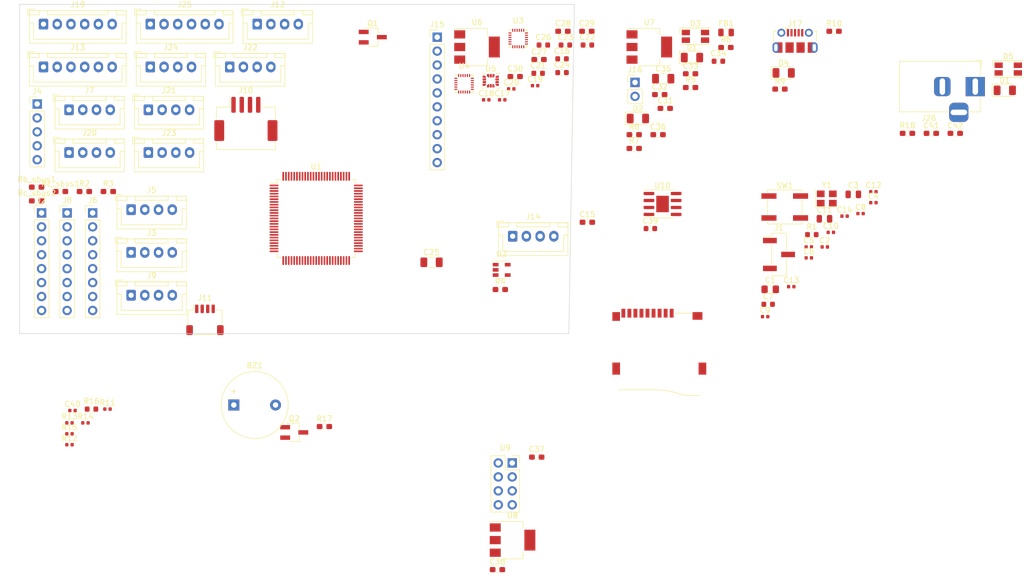
<source format=kicad_pcb>
(kicad_pcb (version 20200829) (generator pcbnew)
  (layers (0 "F.Cu" signal) (31 "B.Cu" signal) (34 "B.Paste" user) (35 "F.Paste" user) (36 "B.SilkS" user) (37 "F.SilkS" user) (38 "B.Mask" user) (39 "F.Mask" user) (44 "Edge.Cuts" user))
  (net 0 "")
  (net 1 "GND")
  (net 2 "VCAP_2")
  (net 3 "Net-(C2-Pad1)")
  (net 4 "VCAP_1")
  (net 5 "Net-(C4-Pad1)")
  (net 6 "VCC")
  (net 7 "NRST")
  (net 8 "+5V")
  (net 9 "+1V8")
  (net 10 "+3.3VA")
  (net 11 "Net-(C19-Pad1)")
  (net 12 "Net-(C23-Pad1)")
  (net 13 "PWR_IN")
  (net 14 "Net-(C38-Pad1)")
  (net 16 "Net-(D2-Pad3)")
  (net 17 "Net-(D2-Pad2)")
  (net 18 "Net-(D2-Pad1)")
  (net 19 "Net-(D3-Pad2)")
  (net 20 "VBUS")
  (net 21 "BOOT0")
  (net 22 "UART8_TX")
  (net 23 "UART8_RX")
  (net 24 "BATT_CURRENT_SENSE")
  (net 25 "BATT_VOLT_SENSE")
  (net 26 "SAFETY_SWITCH_IN")
  (net 27 "LED_SAFETY")
  (net 28 "UART7_TX")
  (net 29 "UART7_RX")
  (net 30 "UART4_RX")
  (net 31 "UART4_TX")
  (net 32 "UART1_RX")
  (net 33 "UART1_TX")
  (net 34 "+3V3")
  (net 35 "SWCLK")
  (net 36 "SWDIO")
  (net 37 "UART5_TX")
  (net 38 "UART5_RX")
  (net 39 "I2C_SDA")
  (net 40 "I2C_SCl")
  (net 41 "I2C2_SDA")
  (net 42 "I2C2_SCl")
  (net 43 "UART3_RX")
  (net 44 "UART3_TX")
  (net 45 "SPI3_CS")
  (net 46 "SPI3_SCK")
  (net 47 "SPI3_MISO")
  (net 48 "SPI3_MOSI")
  (net 49 "UART2_CTS")
  (net 50 "UART2_RTS")
  (net 51 "UART2_TX")
  (net 52 "UART2_RX")
  (net 53 "/CAN_sheet/CAN+")
  (net 54 "/CAN_sheet/CAN-")
  (net 55 "3.3_SENSE_EN")
  (net 56 "EXTERNAL_MPU_CS")
  (net 57 "ICM20948_CS")
  (net 58 "IMU_MISO")
  (net 59 "LSM6D3_CS")
  (net 60 "MPU9250_CS")
  (net 61 "IMU_MOSI")
  (net 62 "IMU_CLK")
  (net 63 "/USB_sheet/D+")
  (net 64 "Net-(J17-Pad4)")
  (net 65 "/USB_sheet/D-")
  (net 66 "SBUS_DEVICE")
  (net 67 "Net-(Q1-Pad2)")
  (net 68 "5V_SENSE")
  (net 69 "LED1")
  (net 70 "LED2")
  (net 71 "LED3")
  (net 72 "USB_D+")
  (net 73 "USB_D-")
  (net 74 "SDIO0")
  (net 75 "SDIO1")
  (net 76 "SDIO_CLK")
  (net 77 "SDIO_CMD")
  (net 78 "SDIO3")
  (net 79 "SDIO2")
  (net 80 "SBUS")
  (net 81 "CAN1_TX")
  (net 82 "CAN1_RX")
  (net 83 "Buzzer")
  (net 84 "Net-(U1-Pad69)")
  (net 85 "Net-(U1-Pad68)")
  (net 86 "Net-(U1-Pad67)")
  (net 87 "UART6_RX")
  (net 88 "UART6_TX")
  (net 89 "TIM3_CH4")
  (net 90 "TIM3_CH3")
  (net 91 "TIM3_CH2")
  (net 92 "TIM3_CH1")
  (net 93 "Net-(U1-Pad58)")
  (net 94 "Net-(U1-Pad57)")
  (net 95 "SPI2_MOSI")
  (net 96 "SPI2_MISO")
  (net 97 "SPI2_SCK")
  (net 98 "EXTERNAL_MEM_CS")
  (net 99 "Net-(U1-Pad46)")
  (net 100 "TIM1_CH4")
  (net 101 "TIM1_CH3")
  (net 102 "TIM1_CH2")
  (net 103 "TIM1_CH1")
  (net 104 "ICM20948_DRDY")
  (net 105 "MPU9250_DRDY")
  (net 106 "USART4_TX")
  (net 107 "Net-(U1-Pad16)")
  (net 108 "nRF24_EN")
  (net 109 "OSC1-")
  (net 110 "OSC1+")
  (net 111 "SPI4_MOSI")
  (net 112 "SPI4_MISO")
  (net 113 "SPI4_CS")
  (net 114 "SPI4_CE")
  (net 115 "SPI4_CLK")
  (net 116 "Net-(U2-Pad5)")
  (net 117 "Net-(U3-Pad21)")
  (net 118 "Net-(U3-Pad19)")
  (net 119 "Net-(U3-Pad17)")
  (net 120 "Net-(U3-Pad16)")
  (net 121 "Net-(U3-Pad15)")
  (net 122 "Net-(U3-Pad14)")
  (net 123 "Net-(U3-Pad7)")
  (net 124 "Net-(U3-Pad6)")
  (net 125 "Net-(U3-Pad5)")
  (net 126 "Net-(U3-Pad4)")
  (net 127 "Net-(U3-Pad3)")
  (net 128 "Net-(U3-Pad2)")
  (net 129 "Net-(U3-Pad1)")
  (net 130 "Net-(U4-Pad21)")
  (net 131 "Net-(U4-Pad7)")
  (net 132 "Net-(U5-Pad11)")
  (net 133 "Net-(U5-Pad10)")
  (net 134 "LSM6D3_DRDY2")
  (net 135 "LSM6D3_DRDY1")
  (net 136 "Net-(U9-Pad8)")
  (net 137 "Net-(BZ1-Pad2)")
  (net 138 "Net-(J11-Pad2)")
  (net 139 "Net-(Q2-Pad2)")
  (net 140 "+12V")
  (net 141 "Net-(D1-Pad1)")
  (net 142 "Net-(D5-Pad2)")
  (module "Package_TO_SOT_SMD:SOT-223-3_TabPin2" (layer "F.Cu") (at 177.75 137.62)
    (fp_text reference "U8" (at 0 -4.5) (layer "F.SilkS"))
    (fp_text value "AMS1117-3.3")
    (pad "1" smd rect (at -3.15 -2.3) (size 2 1.5) (layers "F.Cu" "F.Paste" "F.Mask") (net 1 "GND"))
    (pad "2" smd rect (at -3.15 0) (size 2 1.5) (layers "F.Cu" "F.Paste" "F.Mask") (net 8 "+5V"))
    (pad "2" smd rect (at 3.15 0) (size 2 3.8) (layers "F.Cu" "F.Paste" "F.Mask") (net 8 "+5V"))
    (pad "3" smd rect (at -3.15 2.3) (size 2 1.5) (layers "F.Cu" "F.Paste" "F.Mask") (net 14 "Net-(C38-Pad1)"))
  )
  (module "Button_Switch_SMD:SW_SPST_EVPBF" (layer "F.Cu") (at 227.31 76.92)
    (fp_text reference "SW1" (at 0 -3.9) (layer "F.SilkS"))
    (fp_text value "SW_Push")
    (pad "1" smd rect (at 2.88 -2) (size 2.75 1) (layers "F.Cu" "F.Paste" "F.Mask") (net 1 "GND"))
    (pad "1" smd rect (at -2.88 -2) (size 2.75 1) (layers "F.Cu" "F.Paste" "F.Mask") (net 1 "GND"))
    (pad "2" smd rect (at -2.88 2) (size 2.75 1) (layers "F.Cu" "F.Paste" "F.Mask") (net 7 "NRST"))
    (pad "2" smd rect (at 2.88 2) (size 2.75 1) (layers "F.Cu" "F.Paste" "F.Mask") (net 7 "NRST"))
  )
  (module "Capacitor_SMD:C_0402_1005Metric" (layer "F.Cu") (at 231.69 84.2)
    (fp_text reference "C5" (at 0 -1.17) (layer "F.SilkS"))
    (fp_text value "100n")
    (pad "1" smd roundrect (at -0.485 0) (size 0.59 0.64) (layers "F.Cu" "F.Paste" "F.Mask") (net 6 "VCC"))
    (pad "2" smd roundrect (at 0.485 0) (size 0.59 0.64) (layers "F.Cu" "F.Paste" "F.Mask") (net 1 "GND"))
  )
  (module "Package_LGA:LGA-14_3x2.5mm_P0.5mm_LayoutBorder3x4y" (layer "F.Cu") (at 173.78 53.92)
    (fp_text reference "U5" (at 0 -2.2) (layer "F.SilkS"))
    (fp_text value "LSM6DS3")
    (pad "1" smd custom (at -1.1625 -0.75) (size 0.223223 0.223223) (layers "F.Cu" "F.Paste" "F.Mask") (net 58 "IMU_MISO") (options (clearance outline) (anchor circle)) (primitives (gr_poly (pts (xy -0.2375 -0.125) (xy 0.031434 -0.125) (xy 0.2375 0.081066) (xy 0.2375 0.125) (xy -0.2375 0.125)) (width 0.15))))
    (pad "2" smd roundrect (at -1.1625 -0.25) (size 0.625 0.4) (layers "F.Cu" "F.Paste" "F.Mask") (net 1 "GND"))
    (pad "3" smd roundrect (at -1.1625 0.25) (size 0.625 0.4) (layers "F.Cu" "F.Paste" "F.Mask") (net 1 "GND"))
    (pad "4" smd custom (at -1.1625 0.75) (size 0.223223 0.223223) (layers "F.Cu" "F.Paste" "F.Mask") (net 135 "LSM6D3_DRDY1") (options (clearance outline) (anchor circle)) (primitives (gr_poly (pts (xy -0.2375 -0.125) (xy 0.2375 -0.125) (xy 0.2375 -0.081066) (xy 0.031434 0.125) (xy -0.2375 0.125)) (width 0.15))))
    (pad "5" smd custom (at -0.5 0.9125) (size 0.223223 0.223223) (layers "F.Cu" "F.Paste" "F.Mask") (net 10 "+3.3VA") (options (clearance outline) (anchor circle)) (primitives (gr_poly (pts (xy -0.125 -0.031434) (xy 0.081066 -0.2375) (xy 0.125 -0.2375) (xy 0.125 0.2375) (xy -0.125 0.2375)) (width 0.15))))
    (pad "6" smd roundrect (at 0 0.9125) (size 0.4 0.625) (layers "F.Cu" "F.Paste" "F.Mask") (net 1 "GND"))
    (pad "7" smd custom (at 0.5 0.9125) (size 0.223223 0.223223) (layers "F.Cu" "F.Paste" "F.Mask") (net 1 "GND") (options (clearance outline) (anchor circle)) (primitives (gr_poly (pts (xy -0.125 -0.2375) (xy -0.081066 -0.2375) (xy 0.125 -0.031434) (xy 0.125 0.2375) (xy -0.125 0.2375)) (width 0.15))))
    (pad "8" smd custom (at 1.1625 0.75) (size 0.223223 0.223223) (layers "F.Cu" "F.Paste" "F.Mask") (net 10 "+3.3VA") (options (clearance outline) (anchor circle)) (primitives (gr_poly (pts (xy -0.2375 -0.125) (xy 0.2375 -0.125) (xy 0.2375 0.125) (xy -0.031434 0.125) (xy -0.2375 -0.081066)) (width 0.15))))
    (pad "9" smd roundrect (at 1.1625 0.25) (size 0.625 0.4) (layers "F.Cu" "F.Paste" "F.Mask") (net 134 "LSM6D3_DRDY2"))
    (pad "10" smd roundrect (at 1.1625 -0.25) (size 0.625 0.4) (layers "F.Cu" "F.Paste" "F.Mask") (net 133 "Net-(U5-Pad10)"))
    (pad "11" smd custom (at 1.1625 -0.75) (size 0.223223 0.223223) (layers "F.Cu" "F.Paste" "F.Mask") (net 132 "Net-(U5-Pad11)") (options (clearance outline) (anchor circle)) (primitives (gr_poly (pts (xy -0.2375 0.081066) (xy -0.031434 -0.125) (xy 0.2375 -0.125) (xy 0.2375 0.125) (xy -0.2375 0.125)) (width 0.15))))
    (pad "12" smd custom (at 0.5 -0.9125) (size 0.223223 0.223223) (layers "F.Cu" "F.Paste" "F.Mask") (net 59 "LSM6D3_CS") (options (clearance outline) (anchor circle)) (primitives (gr_poly (pts (xy -0.125 -0.2375) (xy 0.125 -0.2375) (xy 0.125 0.031434) (xy -0.081066 0.2375) (xy -0.125 0.2375)) (width 0.15))))
    (pad "13" smd roundrect (at 0 -0.9125) (size 0.4 0.625) (layers "F.Cu" "F.Paste" "F.Mask") (net 62 "IMU_CLK"))
    (pad "14" smd custom (at -0.5 -0.9125) (size 0.223223 0.223223) (layers "F.Cu" "F.Paste" "F.Mask") (net 61 "IMU_MOSI") (options (clearance outline) (anchor circle)) (primitives (gr_poly (pts (xy -0.125 -0.2375) (xy 0.125 -0.2375) (xy 0.125 0.2375) (xy 0.081066 0.2375) (xy -0.125 0.031434)) (width 0.15))))
  )
  (module "Package_TO_SOT_SMD:SOT-23-5" (layer "F.Cu") (at 175.77 88.38)
    (fp_text reference "U2" (at 0 -2.9) (layer "F.SilkS"))
    (fp_text value "TJA1051T")
    (pad "1" smd rect (at -1.1 -0.95) (size 1.06 0.65) (layers "F.Cu" "F.Paste" "F.Mask") (net 81 "CAN1_TX"))
    (pad "2" smd rect (at -1.1 0) (size 1.06 0.65) (layers "F.Cu" "F.Paste" "F.Mask") (net 1 "GND"))
    (pad "3" smd rect (at -1.1 0.95) (size 1.06 0.65) (layers "F.Cu" "F.Paste" "F.Mask") (net 8 "+5V"))
    (pad "4" smd rect (at 1.1 0.95) (size 1.06 0.65) (layers "F.Cu" "F.Paste" "F.Mask") (net 82 "CAN1_RX"))
    (pad "5" smd rect (at 1.1 -0.95) (size 1.06 0.65) (layers "F.Cu" "F.Paste" "F.Mask") (net 116 "Net-(U2-Pad5)"))
  )
  (module "Connector_JST:JST_XH_B4B-XH-A_1x04_P2.50mm_Vertical" (layer "F.Cu") (at 108.3 85.2)
    (fp_text reference "J3" (at 3.75 -3.55) (layer "F.SilkS"))
    (fp_text value "Conn_01x04_Male")
    (pad "1" thru_hole roundrect (at 0 0) (size 1.7 1.95) (drill 0.95) (layers *.Cu *.Mask) (roundrect_rratio 0.147059) (net 1 "GND"))
    (pad "2" thru_hole oval (at 2.5 0) (size 1.7 1.95) (drill 0.95) (layers *.Cu *.Mask) (net 91 "TIM3_CH2"))
    (pad "3" thru_hole oval (at 5 0) (size 1.7 1.95) (drill 0.95) (layers *.Cu *.Mask) (net 92 "TIM3_CH1"))
    (pad "4" thru_hole oval (at 7.5 0) (size 1.7 1.95) (drill 0.95) (layers *.Cu *.Mask) (net 6 "VCC"))
  )
  (module "Resistor_SMD:R_0603_1608Metric_Pad1.05x0.95mm_HandSolder" (layer "F.Cu") (at 91.1 73.3)
    (fp_text reference "Rb_sbus1" (at 0 -1.43) (layer "F.SilkS"))
    (fp_text value "330R")
    (pad "1" smd roundrect (at -0.875 0) (size 1.05 0.95) (layers "F.Cu" "F.Paste" "F.Mask") (net 67 "Net-(Q1-Pad2)"))
    (pad "2" smd roundrect (at 0.875 0) (size 1.05 0.95) (layers "F.Cu" "F.Paste" "F.Mask") (net 80 "SBUS"))
  )
  (module "Resistor_SMD:R_0603_1608Metric" (layer "F.Cu") (at 232.24 81.95)
    (fp_text reference "R1" (at 0 -1.43) (layer "F.SilkS"))
    (fp_text value "R")
    (pad "1" smd roundrect (at -0.7875 0) (size 0.875 0.95) (layers "F.Cu" "F.Paste" "F.Mask") (net 6 "VCC"))
    (pad "2" smd roundrect (at 0.7875 0) (size 0.875 0.95) (layers "F.Cu" "F.Paste" "F.Mask") (net 7 "NRST"))
  )
  (module "Resistor_SMD:R_0603_1608Metric_Pad1.05x0.95mm_HandSolder" (layer "F.Cu") (at 199.9 63.74)
    (fp_text reference "R8" (at 0 -1.43) (layer "F.SilkS"))
    (fp_text value "R")
    (pad "1" smd roundrect (at -0.875 0) (size 1.05 0.95) (layers "F.Cu" "F.Paste" "F.Mask") (net 6 "VCC"))
    (pad "2" smd roundrect (at 0.875 0) (size 1.05 0.95) (layers "F.Cu" "F.Paste" "F.Mask") (net 19 "Net-(D3-Pad2)"))
  )
  (module "Connector_JST:JST_XH_B4B-XH-A_1x04_P2.50mm_Vertical" (layer "F.Cu") (at 97 67)
    (fp_text reference "J20" (at 3.75 -3.55) (layer "F.SilkS"))
    (fp_text value "Conn_01x04_Male")
    (pad "1" thru_hole roundrect (at 0 0) (size 1.7 1.95) (drill 0.95) (layers *.Cu *.Mask) (roundrect_rratio 0.147059) (net 1 "GND"))
    (pad "2" thru_hole oval (at 2.5 0) (size 1.7 1.95) (drill 0.95) (layers *.Cu *.Mask) (net 33 "UART1_TX"))
    (pad "3" thru_hole oval (at 5 0) (size 1.7 1.95) (drill 0.95) (layers *.Cu *.Mask) (net 32 "UART1_RX"))
    (pad "4" thru_hole oval (at 7.5 0) (size 1.7 1.95) (drill 0.95) (layers *.Cu *.Mask) (net 8 "+5V"))
  )
  (module "Package_TO_SOT_SMD:SC-59_Handsoldering" (layer "F.Cu") (at 138 118)
    (fp_text reference "Q2" (at 0 -2.5) (layer "F.SilkS"))
    (fp_text value "2N3904")
    (pad "1" smd rect (at -1.65 -0.95) (size 1.8 0.8) (layers "F.Cu" "F.Paste" "F.Mask") (net 1 "GND"))
    (pad "2" smd rect (at -1.65 0.95) (size 1.8 0.8) (layers "F.Cu" "F.Paste" "F.Mask") (net 139 "Net-(Q2-Pad2)"))
    (pad "3" smd rect (at 1.65 0) (size 1.8 0.8) (layers "F.Cu" "F.Paste" "F.Mask") (net 137 "Net-(BZ1-Pad2)"))
  )
  (module "Connector_PinHeader_2.54mm:PinHeader_1x08_P2.54mm_Vertical" (layer "F.Cu") (at 96.65 78)
    (fp_text reference "J8" (at 0 -2.33) (layer "F.SilkS"))
    (fp_text value "Conn_01x08_Male")
    (pad "1" thru_hole rect (at 0 0) (size 1.7 1.7) (drill 1) (layers *.Cu *.Mask) (net 8 "+5V"))
    (pad "2" thru_hole oval (at 0 2.54) (size 1.7 1.7) (drill 1) (layers *.Cu *.Mask) (net 8 "+5V"))
    (pad "3" thru_hole oval (at 0 5.08) (size 1.7 1.7) (drill 1) (layers *.Cu *.Mask) (net 8 "+5V"))
    (pad "4" thru_hole oval (at 0 7.62) (size 1.7 1.7) (drill 1) (layers *.Cu *.Mask) (net 8 "+5V"))
    (pad "5" thru_hole oval (at 0 10.16) (size 1.7 1.7) (drill 1) (layers *.Cu *.Mask) (net 8 "+5V"))
    (pad "6" thru_hole oval (at 0 12.7) (size 1.7 1.7) (drill 1) (layers *.Cu *.Mask) (net 8 "+5V"))
    (pad "7" thru_hole oval (at 0 15.24) (size 1.7 1.7) (drill 1) (layers *.Cu *.Mask) (net 8 "+5V"))
    (pad "8" thru_hole oval (at 0 17.78) (size 1.7 1.7) (drill 1) (layers *.Cu *.Mask) (net 8 "+5V"))
  )
  (module "Capacitor_SMD:C_0603_1608Metric" (layer "F.Cu") (at 183.36 47.41)
    (fp_text reference "C26" (at 0 -1.43) (layer "F.SilkS"))
    (fp_text value "0.1uF")
    (pad "1" smd roundrect (at -0.7875 0) (size 0.875 0.95) (layers "F.Cu" "F.Paste" "F.Mask") (net 10 "+3.3VA"))
    (pad "2" smd roundrect (at 0.7875 0) (size 0.875 0.95) (layers "F.Cu" "F.Paste" "F.Mask") (net 1 "GND"))
  )
  (module "Capacitor_SMD:C_0603_1608Metric" (layer "F.Cu") (at 215.23 50.36)
    (fp_text reference "C34" (at 0 -1.43) (layer "F.SilkS"))
    (fp_text value "100n")
    (pad "1" smd roundrect (at -0.7875 0) (size 0.875 0.95) (layers "F.Cu" "F.Paste" "F.Mask") (net 6 "VCC"))
    (pad "2" smd roundrect (at 0.7875 0) (size 0.875 0.95) (layers "F.Cu" "F.Paste" "F.Mask") (net 1 "GND"))
  )
  (module "Resistor_SMD:R_0603_1608Metric_Pad1.05x0.95mm_HandSolder" (layer "F.Cu") (at 95.45 74.1)
    (fp_text reference "Rc_sbus1" (at 0 -1.43) (layer "F.SilkS"))
    (fp_text value "50k")
    (pad "1" smd roundrect (at -0.875 0) (size 1.05 0.95) (layers "F.Cu" "F.Paste" "F.Mask") (net 1 "GND"))
    (pad "2" smd roundrect (at 0.875 0) (size 1.05 0.95) (layers "F.Cu" "F.Paste" "F.Mask") (net 80 "SBUS"))
  )
  (module "Package_QFP:LQFP-100_14x14mm_P0.5mm" (layer "F.Cu") (at 142 79)
    (fp_text reference "U1" (at 0 -9.42) (layer "F.SilkS"))
    (fp_text value "STM32F427VITx")
    (pad "1" smd roundrect (at -7.675 -6) (size 1.6 0.3) (layers "F.Cu" "F.Paste" "F.Mask") (net 115 "SPI4_CLK"))
    (pad "2" smd roundrect (at -7.675 -5.5) (size 1.6 0.3) (layers "F.Cu" "F.Paste" "F.Mask") (net 114 "SPI4_CE"))
    (pad "3" smd roundrect (at -7.675 -5) (size 1.6 0.3) (layers "F.Cu" "F.Paste" "F.Mask") (net 113 "SPI4_CS"))
    (pad "4" smd roundrect (at -7.675 -4.5) (size 1.6 0.3) (layers "F.Cu" "F.Paste" "F.Mask") (net 112 "SPI4_MISO"))
    (pad "5" smd roundrect (at -7.675 -4) (size 1.6 0.3) (layers "F.Cu" "F.Paste" "F.Mask") (net 111 "SPI4_MOSI"))
    (pad "6" smd roundrect (at -7.675 -3.5) (size 1.6 0.3) (layers "F.Cu" "F.Paste" "F.Mask") (net 6 "VCC"))
    (pad "7" smd roundrect (at -7.675 -3) (size 1.6 0.3) (layers "F.Cu" "F.Paste" "F.Mask") (net 69 "LED1"))
    (pad "8" smd roundrect (at -7.675 -2.5) (size 1.6 0.3) (layers "F.Cu" "F.Paste" "F.Mask") (net 70 "LED2"))
    (pad "9" smd roundrect (at -7.675 -2) (size 1.6 0.3) (layers "F.Cu" "F.Paste" "F.Mask") (net 71 "LED3"))
    (pad "10" smd roundrect (at -7.675 -1.5) (size 1.6 0.3) (layers "F.Cu" "F.Paste" "F.Mask") (net 1 "GND"))
    (pad "11" smd roundrect (at -7.675 -1) (size 1.6 0.3) (layers "F.Cu" "F.Paste" "F.Mask") (net 6 "VCC"))
    (pad "12" smd roundrect (at -7.675 -0.5) (size 1.6 0.3) (layers "F.Cu" "F.Paste" "F.Mask") (net 110 "OSC1+"))
    (pad "13" smd roundrect (at -7.675 0) (size 1.6 0.3) (layers "F.Cu" "F.Paste" "F.Mask") (net 109 "OSC1-"))
    (pad "14" smd roundrect (at -7.675 0.5) (size 1.6 0.3) (layers "F.Cu" "F.Paste" "F.Mask") (net 7 "NRST"))
    (pad "15" smd roundrect (at -7.675 1) (size 1.6 0.3) (layers "F.Cu" "F.Paste" "F.Mask") (net 108 "nRF24_EN"))
    (pad "16" smd roundrect (at -7.675 1.5) (size 1.6 0.3) (layers "F.Cu" "F.Paste" "F.Mask") (net 107 "Net-(U1-Pad16)"))
    (pad "17" smd roundrect (at -7.675 2) (size 1.6 0.3) (layers "F.Cu" "F.Paste" "F.Mask") (net 27 "LED_SAFETY"))
    (pad "18" smd roundrect (at -7.675 2.5) (size 1.6 0.3) (layers "F.Cu" "F.Paste" "F.Mask") (net 26 "SAFETY_SWITCH_IN"))
    (pad "19" smd roundrect (at -7.675 3) (size 1.6 0.3) (layers "F.Cu" "F.Paste" "F.Mask") (net 6 "VCC"))
    (pad "20" smd roundrect (at -7.675 3.5) (size 1.6 0.3) (layers "F.Cu" "F.Paste" "F.Mask") (net 1 "GND"))
    (pad "21" smd roundrect (at -7.675 4) (size 1.6 0.3) (layers "F.Cu" "F.Paste" "F.Mask") (net 6 "VCC"))
    (pad "22" smd roundrect (at -7.675 4.5) (size 1.6 0.3) (layers "F.Cu" "F.Paste" "F.Mask") (net 6 "VCC"))
    (pad "23" smd roundrect (at -7.675 5) (size 1.6 0.3) (layers "F.Cu" "F.Paste" "F.Mask") (net 106 "USART4_TX"))
    (pad "24" smd roundrect (at -7.675 5.5) (size 1.6 0.3) (layers "F.Cu" "F.Paste" "F.Mask") (net 80 "SBUS"))
    (pad "25" smd roundrect (at -7.675 6) (size 1.6 0.3) (layers "F.Cu" "F.Paste" "F.Mask") (net 25 "BATT_VOLT_SENSE"))
    (pad "26" smd roundrect (at -6 7.675) (size 0.3 1.6) (layers "F.Cu" "F.Paste" "F.Mask") (net 24 "BATT_CURRENT_SENSE"))
    (pad "27" smd roundrect (at -5.5 7.675) (size 0.3 1.6) (layers "F.Cu" "F.Paste" "F.Mask") (net 1 "GND"))
    (pad "28" smd roundrect (at -5 7.675) (size 0.3 1.6) (layers "F.Cu" "F.Paste" "F.Mask") (net 6 "VCC"))
    (pad "29" smd roundrect (at -4.5 7.675) (size 0.3 1.6) (layers "F.Cu" "F.Paste" "F.Mask") (net 68 "5V_SENSE"))
    (pad "30" smd roundrect (at -4 7.675) (size 0.3 1.6) (layers "F.Cu" "F.Paste" "F.Mask") (net 62 "IMU_CLK"))
    (pad "31" smd roundrect (at -3.5 7.675) (size 0.3 1.6) (layers "F.Cu" "F.Paste" "F.Mask") (net 58 "IMU_MISO"))
    (pad "32" smd roundrect (at -3 7.675) (size 0.3 1.6) (layers "F.Cu" "F.Paste" "F.Mask") (net 61 "IMU_MOSI"))
    (pad "33" smd roundrect (at -2.5 7.675) (size 0.3 1.6) (layers "F.Cu" "F.Paste" "F.Mask") (net 60 "MPU9250_CS"))
    (pad "34" smd roundrect (at -2 7.675) (size 0.3 1.6) (layers "F.Cu" "F.Paste" "F.Mask") (net 105 "MPU9250_DRDY"))
    (pad "35" smd roundrect (at -1.5 7.675) (size 0.3 1.6) (layers "F.Cu" "F.Paste" "F.Mask") (net 59 "LSM6D3_CS"))
    (pad "36" smd roundrect (at -1 7.675) (size 0.3 1.6) (layers "F.Cu" "F.Paste" "F.Mask") (net 104 "ICM20948_DRDY"))
    (pad "37" smd roundrect (at -0.5 7.675) (size 0.3 1.6) (layers "F.Cu" "F.Paste" "F.Mask") (net 57 "ICM20948_CS"))
    (pad "38" smd roundrect (at 0 7.675) (size 0.3 1.6) (layers "F.Cu" "F.Paste" "F.Mask") (net 29 "UART7_RX"))
    (pad "39" smd roundrect (at 0.5 7.675) (size 0.3 1.6) (layers "F.Cu" "F.Paste" "F.Mask") (net 28 "UART7_TX"))
    (pad "40" smd roundrect (at 1 7.675) (size 0.3 1.6) (layers "F.Cu" "F.Paste" "F.Mask") (net 103 "TIM1_CH1"))
    (pad "41" smd roundrect (at 1.5 7.675) (size 0.3 1.6) (layers "F.Cu" "F.Paste" "F.Mask") (net 55 "3.3_SENSE_EN"))
    (pad "42" smd roundrect (at 2 7.675) (size 0.3 1.6) (layers "F.Cu" "F.Paste" "F.Mask") (net 102 "TIM1_CH2"))
    (pad "43" smd roundrect (at 2.5 7.675) (size 0.3 1.6) (layers "F.Cu" "F.Paste" "F.Mask") (net 56 "EXTERNAL_MPU_CS"))
    (pad "44" smd roundrect (at 3 7.675) (size 0.3 1.6) (layers "F.Cu" "F.Paste" "F.Mask") (net 101 "TIM1_CH3"))
    (pad "45" smd roundrect (at 3.5 7.675) (size 0.3 1.6) (layers "F.Cu" "F.Paste" "F.Mask") (net 100 "TIM1_CH4"))
    (pad "46" smd roundrect (at 4 7.675) (size 0.3 1.6) (layers "F.Cu" "F.Paste" "F.Mask") (net 99 "Net-(U1-Pad46)"))
    (pad "47" smd roundrect (at 4.5 7.675) (size 0.3 1.6) (layers "F.Cu" "F.Paste" "F.Mask") (net 42 "I2C2_SCl"))
    (pad "48" smd roundrect (at 5 7.675) (size 0.3 1.6) (layers "F.Cu" "F.Paste" "F.Mask") (net 41 "I2C2_SDA"))
    (pad "49" smd roundrect (at 5.5 7.675) (size 0.3 1.6) (layers "F.Cu" "F.Paste" "F.Mask") (net 4 "VCAP_1"))
    (pad "50" smd roundrect (at 6 7.675) (size 0.3 1.6) (layers "F.Cu" "F.Paste" "F.Mask") (net 6 "VCC"))
    (pad "51" smd roundrect (at 7.675 6) (size 1.6 0.3) (layers "F.Cu" "F.Paste" "F.Mask") (net 98 "EXTERNAL_MEM_CS"))
    (pad "52" smd roundrect (at 7.675 5.5) (size 1.6 0.3) (layers "F.Cu" "F.Paste" "F.Mask") (net 97 "SPI2_SCK"))
    (pad "53" smd roundrect (at 7.675 5) (size 1.6 0.3) (layers "F.Cu" "F.Paste" "F.Mask") (net 96 "SPI2_MISO"))
    (pad "54" smd roundrect (at 7.675 4.5) (size 1.6 0.3) (layers "F.Cu" "F.Paste" "F.Mask") (net 95 "SPI2_MOSI"))
    (pad "55" smd roundrect (at 7.675 4) (size 1.6 0.3) (layers "F.Cu" "F.Paste" "F.Mask") (net 43 "UART3_RX"))
    (pad "56" smd roundrect (at 7.675 3.5) (size 1.6 0.3) (layers "F.Cu" "F.Paste" "F.Mask") (net 44 "UART3_TX"))
    (pad "57" smd roundrect (at 7.675 3) (size 1.6 0.3) (layers "F.Cu" "F.Paste" "F.Mask") (net 94 "Net-(U1-Pad57)"))
    (pad "58" smd roundrect (at 7.675 2.5) (size 1.6 0.3) (layers "F.Cu" "F.Paste" "F.Mask") (net 93 "Net-(U1-Pad58)"))
    (pad "59" smd roundrect (at 7.675 2) (size 1.6 0.3) (layers "F.Cu" "F.Paste" "F.Mask") (net 92 "TIM3_CH1"))
    (pad "60" smd roundrect (at 7.675 1.5) (size 1.6 0.3) (layers "F.Cu" "F.Paste" "F.Mask") (net 91 "TIM3_CH2"))
    (pad "61" smd roundrect (at 7.675 1) (size 1.6 0.3) (layers "F.Cu" "F.Paste" "F.Mask") (net 90 "TIM3_CH3"))
    (pad "62" smd roundrect (at 7.675 0.5) (size 1.6 0.3) (layers "F.Cu" "F.Paste" "F.Mask") (net 89 "TIM3_CH4"))
    (pad "63" smd roundrect (at 7.675 0) (size 1.6 0.3) (layers "F.Cu" "F.Paste" "F.Mask") (net 88 "UART6_TX"))
    (pad "64" smd roundrect (at 7.675 -0.5) (size 1.6 0.3) (layers "F.Cu" "F.Paste" "F.Mask") (net 87 "UART6_RX"))
    (pad "65" smd roundrect (at 7.675 -1) (size 1.6 0.3) (layers "F.Cu" "F.Paste" "F.Mask") (net 74 "SDIO0"))
    (pad "66" smd roundrect (at 7.675 -1.5) (size 1.6 0.3) (layers "F.Cu" "F.Paste" "F.Mask") (net 75 "SDIO1"))
    (pad "67" smd roundrect (at 7.675 -2) (size 1.6 0.3) (layers "F.Cu" "F.Paste" "F.Mask") (net 86 "Net-(U1-Pad67)"))
    (pad "68" smd roundrect (at 7.675 -2.5) (size 1.6 0.3) (layers "F.Cu" "F.Paste" "F.Mask") (net 85 "Net-(U1-Pad68)"))
    (pad "69" smd roundrect (at 7.675 -3) (size 1.6 0.3) (layers "F.Cu" "F.Paste" "F.Mask") (net 84 "Net-(U1-Pad69)"))
    (pad "70" smd roundrect (at 7.675 -3.5) (size 1.6 0.3) (layers "F.Cu" "F.Paste" "F.Mask") (net 73 "USB_D-"))
    (pad "71" smd roundrect (at 7.675 -4) (size 1.6 0.3) (layers "F.Cu" "F.Paste" "F.Mask") (net 72 "USB_D+"))
    (pad "72" smd roundrect (at 7.675 -4.5) (size 1.6 0.3) (layers "F.Cu" "F.Paste" "F.Mask") (net 36 "SWDIO"))
    (pad "73" smd roundrect (at 7.675 -5) (size 1.6 0.3) (layers "F.Cu" "F.Paste" "F.Mask") (net 2 "VCAP_2"))
    (pad "74" smd roundrect (at 7.675 -5.5) (size 1.6 0.3) (layers "F.Cu" "F.Paste" "F.Mask") (net 1 "GND"))
    (pad "75" smd roundrect (at 7.675 -6) (size 1.6 0.3) (layers "F.Cu" "F.Paste" "F.Mask") (net 6 "VCC"))
    (pad "76" smd roundrect (at 6 -7.675) (size 0.3 1.6) (layers "F.Cu" "F.Paste" "F.Mask") (net 35 "SWCLK"))
    (pad "77" smd roundrect (at 5.5 -7.675) (size 0.3 1.6) (layers "F.Cu" "F.Paste" "F.Mask") (net 83 "Buzzer"))
    (pad "78" smd roundrect (at 5 -7.675) (size 0.3 1.6) (layers "F.Cu" "F.Paste" "F.Mask") (net 79 "SDIO2"))
    (pad "79" smd roundrect (at 4.5 -7.675) (size 0.3 1.6) (layers "F.Cu" "F.Paste" "F.Mask") (net 78 "SDIO3"))
    (pad "80" smd roundrect (at 4 -7.675) (size 0.3 1.6) (layers "F.Cu" "F.Paste" "F.Mask") (net 76 "SDIO_CLK"))
    (pad "81" smd roundrect (at 3.5 -7.675) (size 0.3 1.6) (layers "F.Cu" "F.Paste" "F.Mask") (net 82 "CAN1_RX"))
    (pad "82" smd roundrect (at 3 -7.675) (size 0.3 1.6) (layers "F.Cu" "F.Paste" "F.Mask") (net 81 "CAN1_TX"))
    (pad "83" smd roundrect (at 2.5 -7.675) (size 0.3 1.6) (layers "F.Cu" "F.Paste" "F.Mask") (net 77 "SDIO_CMD"))
    (pad "84" smd roundrect (at 2 -7.675) (size 0.3 1.6) (layers "F.Cu" "F.Paste" "F.Mask") (net 49 "UART2_CTS"))
    (pad "85" smd roundrect (at 1.5 -7.675) (size 0.3 1.6) (layers "F.Cu" "F.Paste" "F.Mask") (net 50 "UART2_RTS"))
    (pad "86" smd roundrect (at 1 -7.675) (size 0.3 1.6) (layers "F.Cu" "F.Paste" "F.Mask") (net 51 "UART2_TX"))
    (pad "87" smd roundrect (at 0.5 -7.675) (size 0.3 1.6) (layers "F.Cu" "F.Paste" "F.Mask") (net 52 "UART2_RX"))
    (pad "88" smd roundrect (at 0 -7.675) (size 0.3 1.6) (layers "F.Cu" "F.Paste" "F.Mask") (net 45 "SPI3_CS"))
    (pad "89" smd roundrect (at -0.5 -7.675) (size 0.3 1.6) (layers "F.Cu" "F.Paste" "F.Mask") (net 46 "SPI3_SCK"))
    (pad "90" smd roundrect (at -1 -7.675) (size 0.3 1.6) (layers "F.Cu" "F.Paste" "F.Mask") (net 47 "SPI3_MISO"))
    (pad "91" smd roundrect (at -1.5 -7.675) (size 0.3 1.6) (layers "F.Cu" "F.Paste" "F.Mask") (net 48 "SPI3_MOSI"))
    (pad "92" smd roundrect (at -2 -7.675) (size 0.3 1.6) (layers "F.Cu" "F.Paste" "F.Mask") (net 33 "UART1_TX"))
    (pad "93" smd roundrect (at -2.5 -7.675) (size 0.3 1.6) (layers "F.Cu" "F.Paste" "F.Mask") (net 32 "UART1_RX"))
    (pad "94" smd roundrect (at -3 -7.675) (size 0.3 1.6) (layers "F.Cu" "F.Paste" "F.Mask") (net 21 "BOOT0"))
    (pad "95" smd roundrect (at -3.5 -7.675) (size 0.3 1.6) (layers "F.Cu" "F.Paste" "F.Mask") (net 40 "I2C_SCl"))
    (pad "96" smd roundrect (at -4 -7.675) (size 0.3 1.6) (layers "F.Cu" "F.Paste" "F.Mask") (net 39 "I2C_SDA"))
    (pad "97" smd roundrect (at -4.5 -7.675) (size 0.3 1.6) (layers "F.Cu" "F.Paste" "F.Mask") (net 23 "UART8_RX"))
    (pad "98" smd roundrect (at -5 -7.675) (size 0.3 1.6) (layers "F.Cu" "F.Paste" "F.Mask") (net 22 "UART8_TX"))
    (pad "99" smd roundrect (at -5.5 -7.675) (size 0.3 1.6) (layers "F.Cu" "F.Paste" "F.Mask") (net 1 "GND"))
    (pad "100" smd roundrect (at -6 -7.675) (size 0.3 1.6) (layers "F.Cu" "F.Paste" "F.Mask") (net 6 "VCC"))
  )
  (module "Connector_PinHeader_2.54mm:PinHeader_1x08_P2.54mm_Vertical" (layer "F.Cu") (at 101.3 78)
    (fp_text reference "J6" (at 0 -2.33) (layer "F.SilkS"))
    (fp_text value "Conn_01x08_Male")
    (pad "1" thru_hole rect (at 0 0) (size 1.7 1.7) (drill 1) (layers *.Cu *.Mask) (net 1 "GND"))
    (pad "2" thru_hole oval (at 0 2.54) (size 1.7 1.7) (drill 1) (layers *.Cu *.Mask) (net 1 "GND"))
    (pad "3" thru_hole oval (at 0 5.08) (size 1.7 1.7) (drill 1) (layers *.Cu *.Mask) (net 1 "GND"))
    (pad "4" thru_hole oval (at 0 7.62) (size 1.7 1.7) (drill 1) (layers *.Cu *.Mask) (net 1 "GND"))
    (pad "5" thru_hole oval (at 0 10.16) (size 1.7 1.7) (drill 1) (layers *.Cu *.Mask) (net 1 "GND"))
    (pad "6" thru_hole oval (at 0 12.7) (size 1.7 1.7) (drill 1) (layers *.Cu *.Mask) (net 1 "GND"))
    (pad "7" thru_hole oval (at 0 15.24) (size 1.7 1.7) (drill 1) (layers *.Cu *.Mask) (net 1 "GND"))
    (pad "8" thru_hole oval (at 0 17.78) (size 1.7 1.7) (drill 1) (layers *.Cu *.Mask) (net 1 "GND"))
  )
  (module "Resistor_SMD:R_0603_1608Metric_Pad1.05x0.95mm_HandSolder" (layer "F.Cu") (at 143.5 116.93)
    (fp_text reference "R17" (at 0 -1.43) (layer "F.SilkS"))
    (fp_text value "R")
    (pad "1" smd roundrect (at -0.875 0) (size 1.05 0.95) (layers "F.Cu" "F.Paste" "F.Mask") (net 83 "Buzzer"))
    (pad "2" smd roundrect (at 0.875 0) (size 1.05 0.95) (layers "F.Cu" "F.Paste" "F.Mask") (net 139 "Net-(Q2-Pad2)"))
  )
  (module "Capacitor_SMD:C_0402_1005Metric" (layer "F.Cu") (at 97.63 114.01)
    (fp_text reference "C40" (at 0 -1.17) (layer "F.SilkS"))
    (fp_text value "C")
    (pad "1" smd roundrect (at -0.485 0) (size 0.59 0.64) (layers "F.Cu" "F.Paste" "F.Mask") (net 6 "VCC"))
    (pad "2" smd roundrect (at 0.485 0) (size 0.59 0.64) (layers "F.Cu" "F.Paste" "F.Mask") (net 1 "GND"))
  )
  (module "Connector_JST:JST_XH_B4B-XH-A_1x04_P2.50mm_Vertical" (layer "F.Cu") (at 131.25 43.6)
    (fp_text reference "J12" (at 3.75 -3.55) (layer "F.SilkS"))
    (fp_text value "Conn_01x04_Male")
    (pad "1" thru_hole roundrect (at 0 0) (size 1.7 1.95) (drill 0.95) (layers *.Cu *.Mask) (roundrect_rratio 0.147059) (net 1 "GND"))
    (pad "2" thru_hole oval (at 2.5 0) (size 1.7 1.95) (drill 0.95) (layers *.Cu *.Mask) (net 23 "UART8_RX"))
    (pad "3" thru_hole oval (at 5 0) (size 1.7 1.95) (drill 0.95) (layers *.Cu *.Mask) (net 22 "UART8_TX"))
    (pad "4" thru_hole oval (at 7.5 0) (size 1.7 1.95) (drill 0.95) (layers *.Cu *.Mask) (net 8 "+5V"))
  )
  (module "Capacitor_SMD:C_0603_1608Metric" (layer "F.Cu") (at 191.38 47.41)
    (fp_text reference "C22" (at 0 -1.43) (layer "F.SilkS"))
    (fp_text value "0.1uF")
    (pad "1" smd roundrect (at -0.7875 0) (size 0.875 0.95) (layers "F.Cu" "F.Paste" "F.Mask") (net 10 "+3.3VA"))
    (pad "2" smd roundrect (at 0.7875 0) (size 0.875 0.95) (layers "F.Cu" "F.Paste" "F.Mask") (net 1 "GND"))
  )
  (module "Capacitor_SMD:C_0603_1608Metric" (layer "F.Cu") (at 187.37 47.41)
    (fp_text reference "C23" (at 0 -1.43) (layer "F.SilkS"))
    (fp_text value "0.1uF")
    (pad "1" smd roundrect (at -0.7875 0) (size 0.875 0.95) (layers "F.Cu" "F.Paste" "F.Mask") (net 12 "Net-(C23-Pad1)"))
    (pad "2" smd roundrect (at 0.7875 0) (size 0.875 0.95) (layers "F.Cu" "F.Paste" "F.Mask") (net 1 "GND"))
  )
  (module "Connector_PinHeader_2.54mm:PinHeader_1x02_P2.54mm_Vertical" (layer "F.Cu") (at 200.05 54.22)
    (fp_text reference "J16" (at 0 -2.33) (layer "F.SilkS"))
    (fp_text value "Conn_01x02_Male")
    (pad "1" thru_hole rect (at 0 0) (size 1.7 1.7) (drill 1) (layers *.Cu *.Mask) (net 8 "+5V"))
    (pad "2" thru_hole oval (at 0 2.54) (size 1.7 1.7) (drill 1) (layers *.Cu *.Mask) (net 1 "GND"))
  )
  (module "Sensor_Motion:InvenSense_QFN-24_3x3mm_P0.4mm" (layer "F.Cu") (at 178.78 46.22)
    (fp_text reference "U3" (at 0 -3.25) (layer "F.SilkS"))
    (fp_text value "ICM-20948")
    (pad "1" smd roundrect (at -1.5 -1) (size 0.55 0.2) (layers "F.Cu" "F.Paste" "F.Mask") (net 129 "Net-(U3-Pad1)"))
    (pad "2" smd roundrect (at -1.5 -0.6) (size 0.55 0.2) (layers "F.Cu" "F.Paste" "F.Mask") (net 128 "Net-(U3-Pad2)"))
    (pad "3" smd roundrect (at -1.5 -0.2) (size 0.55 0.2) (layers "F.Cu" "F.Paste" "F.Mask") (net 127 "Net-(U3-Pad3)"))
    (pad "4" smd roundrect (at -1.5 0.2) (size 0.55 0.2) (layers "F.Cu" "F.Paste" "F.Mask") (net 126 "Net-(U3-Pad4)"))
    (pad "5" smd roundrect (at -1.5 0.6) (size 0.55 0.2) (layers "F.Cu" "F.Paste" "F.Mask") (net 125 "Net-(U3-Pad5)"))
    (pad "6" smd roundrect (at -1.5 1) (size 0.55 0.2) (layers "F.Cu" "F.Paste" "F.Mask") (net 124 "Net-(U3-Pad6)"))
    (pad "7" smd roundrect (at -1 1.5 90) (size 0.55 0.2) (layers "F.Cu" "F.Paste" "F.Mask") (net 123 "Net-(U3-Pad7)"))
    (pad "8" smd roundrect (at -0.6 1.5 90) (size 0.55 0.2) (layers "F.Cu" "F.Paste" "F.Mask") (net 10 "+3.3VA"))
    (pad "9" smd roundrect (at -0.2 1.5 90) (size 0.55 0.2) (layers "F.Cu" "F.Paste" "F.Mask") (net 58 "IMU_MISO"))
    (pad "10" smd roundrect (at 0.2 1.5 90) (size 0.55 0.2) (layers "F.Cu" "F.Paste" "F.Mask") (net 11 "Net-(C19-Pad1)"))
    (pad "11" smd roundrect (at 0.6 1.5 90) (size 0.55 0.2) (layers "F.Cu" "F.Paste" "F.Mask") (net 1 "GND"))
    (pad "12" smd roundrect (at 1 1.5 90) (size 0.55 0.2) (layers "F.Cu" "F.Paste" "F.Mask") (net 104 "ICM20948_DRDY"))
    (pad "13" smd roundrect (at 1.5 1) (size 0.55 0.2) (layers "F.Cu" "F.Paste" "F.Mask") (net 10 "+3.3VA"))
    (pad "14" smd roundrect (at 1.5 0.6) (size 0.55 0.2) (layers "F.Cu" "F.Paste" "F.Mask") (net 122 "Net-(U3-Pad14)"))
    (pad "15" smd roundrect (at 1.5 0.2) (size 0.55 0.2) (layers "F.Cu" "F.Paste" "F.Mask") (net 121 "Net-(U3-Pad15)"))
    (pad "16" smd roundrect (at 1.5 -0.2) (size 0.55 0.2) (layers "F.Cu" "F.Paste" "F.Mask") (net 120 "Net-(U3-Pad16)"))
    (pad "17" smd roundrect (at 1.5 -0.6) (size 0.55 0.2) (layers "F.Cu" "F.Paste" "F.Mask") (net 119 "Net-(U3-Pad17)"))
    (pad "18" smd roundrect (at 1.5 -1) (size 0.55 0.2) (layers "F.Cu" "F.Paste" "F.Mask") (net 1 "GND"))
    (pad "19" smd roundrect (at 1 -1.5 90) (size 0.55 0.2) (layers "F.Cu" "F.Paste" "F.Mask") (net 118 "Net-(U3-Pad19)"))
    (pad "20" smd roundrect (at 0.6 -1.5 90) (size 0.55 0.2) (layers "F.Cu" "F.Paste" "F.Mask") (net 1 "GND"))
    (pad "21" smd roundrect (at 0.2 -1.5 90) (size 0.55 0.2) (layers "F.Cu" "F.Paste" "F.Mask") (net 117 "Net-(U3-Pad21)"))
    (pad "22" smd roundrect (at -0.2 -1.5 90) (size 0.55 0.2) (layers "F.Cu" "F.Paste" "F.Mask") (net 57 "ICM20948_CS"))
    (pad "23" smd roundrect (at -0.6 -1.5 90) (size 0.55 0.2) (layers "F.Cu" "F.Paste" "F.Mask") (net 62 "IMU_CLK"))
    (pad "24" smd roundrect (at -1 -1.5 90) (size 0.55 0.2) (layers "F.Cu" "F.Paste" "F.Mask") (net 61 "IMU_MOSI"))
  )
  (module "Connector_PinHeader_2.54mm:PinHeader_1x08_P2.54mm_Vertical" (layer "F.Cu") (at 92 78)
    (fp_text reference "J2" (at 0 -2.33) (layer "F.SilkS"))
    (fp_text value "Conn_01x08_Male")
    (pad "1" thru_hole rect (at 0 0) (size 1.7 1.7) (drill 1) (layers *.Cu *.Mask) (net 89 "TIM3_CH4"))
    (pad "2" thru_hole oval (at 0 2.54) (size 1.7 1.7) (drill 1) (layers *.Cu *.Mask) (net 90 "TIM3_CH3"))
    (pad "3" thru_hole oval (at 0 5.08) (size 1.7 1.7) (drill 1) (layers *.Cu *.Mask) (net 91 "TIM3_CH2"))
    (pad "4" thru_hole oval (at 0 7.62) (size 1.7 1.7) (drill 1) (layers *.Cu *.Mask) (net 92 "TIM3_CH1"))
    (pad "5" thru_hole oval (at 0 10.16) (size 1.7 1.7) (drill 1) (layers *.Cu *.Mask) (net 100 "TIM1_CH4"))
    (pad "6" thru_hole oval (at 0 12.7) (size 1.7 1.7) (drill 1) (layers *.Cu *.Mask) (net 101 "TIM1_CH3"))
    (pad "7" thru_hole oval (at 0 15.24) (size 1.7 1.7) (drill 1) (layers *.Cu *.Mask) (net 102 "TIM1_CH2"))
    (pad "8" thru_hole oval (at 0 17.78) (size 1.7 1.7) (drill 1) (layers *.Cu *.Mask) (net 103 "TIM1_CH1"))
  )
  (module "Package_TO_SOT_SMD:SOT-223-3_TabPin2" (layer "F.Cu") (at 171.28 47.77)
    (fp_text reference "U6" (at 0 -4.5) (layer "F.SilkS"))
    (fp_text value "AMS1117-3.3")
    (pad "1" smd rect (at -3.15 -2.3) (size 2 1.5) (layers "F.Cu" "F.Paste" "F.Mask") (net 1 "GND"))
    (pad "2" smd rect (at 3.15 0) (size 2 3.8) (layers "F.Cu" "F.Paste" "F.Mask") (net 10 "+3.3VA"))
    (pad "2" smd rect (at -3.15 0) (size 2 1.5) (layers "F.Cu" "F.Paste" "F.Mask") (net 10 "+3.3VA"))
    (pad "3" smd rect (at -3.15 2.3) (size 2 1.5) (layers "F.Cu" "F.Paste" "F.Mask") (net 8 "+5V"))
  )
  (module "Connector_JST:JST_XH_B4B-XH-A_1x04_P2.50mm_Vertical" (layer "F.Cu") (at 111.45 59.2)
    (fp_text reference "J21" (at 3.75 -3.55) (layer "F.SilkS"))
    (fp_text value "Conn_01x04_Male")
    (pad "1" thru_hole roundrect (at 0 0) (size 1.7 1.95) (drill 0.95) (layers *.Cu *.Mask) (roundrect_rratio 0.147059) (net 1 "GND"))
    (pad "2" thru_hole oval (at 2.5 0) (size 1.7 1.95) (drill 0.95) (layers *.Cu *.Mask) (net 31 "UART4_TX"))
    (pad "3" thru_hole oval (at 5 0) (size 1.7 1.95) (drill 0.95) (layers *.Cu *.Mask) (net 30 "UART4_RX"))
    (pad "4" thru_hole oval (at 7.5 0) (size 1.7 1.95) (drill 0.95) (layers *.Cu *.Mask) (net 8 "+5V"))
  )
  (module "Connector_JST:JST_XH_B6B-XH-A_1x06_P2.50mm_Vertical" (layer "F.Cu") (at 92.35 43.6)
    (fp_text reference "J19" (at 6.25 -3.55) (layer "F.SilkS"))
    (fp_text value "Conn_01x06_Male")
    (pad "1" thru_hole roundrect (at 0 0) (size 1.7 1.95) (drill 0.95) (layers *.Cu *.Mask) (roundrect_rratio 0.147059) (net 1 "GND"))
    (pad "2" thru_hole oval (at 2.5 0) (size 1.7 1.95) (drill 0.95) (layers *.Cu *.Mask) (net 27 "LED_SAFETY"))
    (pad "3" thru_hole oval (at 5 0) (size 1.7 1.95) (drill 0.95) (layers *.Cu *.Mask) (net 26 "SAFETY_SWITCH_IN"))
    (pad "4" thru_hole oval (at 7.5 0) (size 1.7 1.95) (drill 0.95) (layers *.Cu *.Mask) (net 25 "BATT_VOLT_SENSE"))
    (pad "5" thru_hole oval (at 10 0) (size 1.7 1.95) (drill 0.95) (layers *.Cu *.Mask) (net 24 "BATT_CURRENT_SENSE"))
    (pad "6" thru_hole oval (at 12.5 0) (size 1.7 1.95) (drill 0.95) (layers *.Cu *.Mask) (net 8 "+5V"))
  )
  (module "Connector_JST:JST_XH_B4B-XH-A_1x04_P2.50mm_Vertical" (layer "F.Cu") (at 177.77 82.25)
    (fp_text reference "J14" (at 3.75 -3.55) (layer "F.SilkS"))
    (fp_text value "Conn_01x04_Male")
    (pad "1" thru_hole roundrect (at 0 0) (size 1.7 1.95) (drill 0.95) (layers *.Cu *.Mask) (roundrect_rratio 0.147059) (net 1 "GND"))
    (pad "2" thru_hole oval (at 2.5 0) (size 1.7 1.95) (drill 0.95) (layers *.Cu *.Mask) (net 54 "/CAN_sheet/CAN-"))
    (pad "3" thru_hole oval (at 5 0) (size 1.7 1.95) (drill 0.95) (layers *.Cu *.Mask) (net 53 "/CAN_sheet/CAN+"))
    (pad "4" thru_hole oval (at 7.5 0) (size 1.7 1.95) (drill 0.95) (layers *.Cu *.Mask) (net 8 "+5V"))
  )
  (module "Capacitor_SMD:C_0805_2012Metric" (layer "F.Cu") (at 234.54 79.07)
    (fp_text reference "C11" (at 0 -1.65) (layer "F.SilkS"))
    (fp_text value "1u")
    (pad "1" smd roundrect (at -0.9375 0) (size 0.975 1.4) (layers "F.Cu" "F.Paste" "F.Mask") (net 6 "VCC"))
    (pad "2" smd roundrect (at 0.9375 0) (size 0.975 1.4) (layers "F.Cu" "F.Paste" "F.Mask") (net 1 "GND"))
  )
  (module "Capacitor_SMD:C_0603_1608Metric_Pad1.05x0.95mm_HandSolder" (layer "F.Cu") (at 258.35 63.5)
    (fp_text reference "C42" (at 0 -1.43) (layer "F.SilkS"))
    (fp_text value "100n")
    (pad "1" smd roundrect (at -0.875 0) (size 1.05 0.95) (layers "F.Cu" "F.Paste" "F.Mask") (net 8 "+5V"))
    (pad "2" smd roundrect (at 0.875 0) (size 1.05 0.95) (layers "F.Cu" "F.Paste" "F.Mask") (net 1 "GND"))
  )
  (module "drone_v3:SUNTECH_ST-TF-003A" (layer "F.Cu") (at 203.2 101.6)
    (fp_text reference "J18" (at -4.57732 -7.38873) (layer "F.SilkS") (effects (font (size 1.000504 1.000504) (thickness 0.015))))
    (fp_text value "Micro_SD_Card")
    (pad "1" smd rect (at 3.52 -5.33) (size 0.7 1.6) (layers "F.Cu" "F.Paste" "F.Mask") (net 79 "SDIO2"))
    (pad "2" smd rect (at 2.42 -5.33) (size 0.7 1.6) (layers "F.Cu" "F.Paste" "F.Mask") (net 78 "SDIO3"))
    (pad "3" smd rect (at 1.32 -5.33) (size 0.7 1.6) (layers "F.Cu" "F.Paste" "F.Mask") (net 77 "SDIO_CMD"))
    (pad "4" smd rect (at 0.22 -5.33) (size 0.7 1.6) (layers "F.Cu" "F.Paste" "F.Mask") (net 6 "VCC"))
    (pad "5" smd rect (at -0.88 -5.33) (size 0.7 1.6) (layers "F.Cu" "F.Paste" "F.Mask") (net 76 "SDIO_CLK"))
    (pad "6" smd rect (at -1.98 -5.33) (size 0.7 1.6) (layers "F.Cu" "F.Paste" "F.Mask") (net 1 "GND"))
    (pad "7" smd rect (at -3.08 -5.33) (size 0.7 1.6) (layers "F.Cu" "F.Paste" "F.Mask") (net 74 "SDIO0"))
    (pad "8" smd rect (at -4.18 -5.33) (size 0.7 1.6) (layers "F.Cu" "F.Paste" "F.Mask") (net 75 "SDIO1"))
    (pad "9" smd rect (at -5.28 -5.33) (size 0.7 1.6) (layers "F.Cu" "F.Paste" "F.Mask") (net 1 "GND"))
    (pad "G1" smd rect (at -6.58 -4.73) (size 1.4 1.6) (layers "F.Cu" "F.Paste" "F.Mask"))
    (pad "G2" smd rect (at -6.58 4.77) (size 1.4 2.2) (layers "F.Cu" "F.Paste" "F.Mask"))
    (pad "G3" smd rect (at 9.12 4.77) (size 1.4 2.2) (layers "F.Cu" "F.Paste" "F.Mask"))
    (pad "G4" smd rect (at 8.22 -4.83) (size 1.8 1.4) (layers "F.Cu" "F.Paste" "F.Mask"))
    (pad "None" np_thru_hole circle (at -3.68 5.17) (size 0.9 0.9) (drill 0.9) (layers *.Cu *.Mask))
    (pad "None" np_thru_hole circle (at 4.32 5.17) (size 0.9 0.9) (drill 0.9) (layers *.Cu *.Mask))
  )
  (module "Diode_SMD:D_1206_3216Metric" (layer "F.Cu") (at 210.42 49.69)
    (fp_text reference "D1" (at 0 -1.82) (layer "F.SilkS"))
    (fp_text value "DIODE")
    (pad "1" smd roundrect (at -1.4 0) (size 1.25 1.75) (layers "F.Cu" "F.Paste" "F.Mask") (roundrect_rratio 0.2) (net 8 "+5V"))
    (pad "2" smd roundrect (at 1.4 0) (size 1.25 1.75) (layers "F.Cu" "F.Paste" "F.Mask") (roundrect_rratio 0.2) (net 15 "Net-(D1-Pad2)"))
  )
  (module "Connector_JST:JST_XH_B4B-XH-A_1x04_P2.50mm_Vertical" (layer "F.Cu") (at 108.3 93)
    (fp_text reference "J9" (at 3.75 -3.55) (layer "F.SilkS"))
    (fp_text value "Conn_01x04_Male")
    (pad "1" thru_hole roundrect (at 0 0) (size 1.7 1.95) (drill 0.95) (layers *.Cu *.Mask) (roundrect_rratio 0.147059) (net 100 "TIM1_CH4"))
    (pad "2" thru_hole oval (at 2.5 0) (size 1.7 1.95) (drill 0.95) (layers *.Cu *.Mask) (net 101 "TIM1_CH3"))
    (pad "3" thru_hole oval (at 5 0) (size 1.7 1.95) (drill 0.95) (layers *.Cu *.Mask) (net 89 "TIM3_CH4"))
    (pad "4" thru_hole oval (at 7.5 0) (size 1.7 1.95) (drill 0.95) (layers *.Cu *.Mask) (net 90 "TIM3_CH3"))
  )
  (module "Connector_JST:JST_XH_B4B-XH-A_1x04_P2.50mm_Vertical" (layer "F.Cu") (at 97 59.2)
    (fp_text reference "J7" (at 3.75 -3.55) (layer "F.SilkS"))
    (fp_text value "Conn_01x04_Male")
    (pad "1" thru_hole roundrect (at 0 0) (size 1.7 1.95) (drill 0.95) (layers *.Cu *.Mask) (roundrect_rratio 0.147059) (net 1 "GND"))
    (pad "2" thru_hole oval (at 2.5 0) (size 1.7 1.95) (drill 0.95) (layers *.Cu *.Mask) (net 36 "SWDIO"))
    (pad "3" thru_hole oval (at 5 0) (size 1.7 1.95) (drill 0.95) (layers *.Cu *.Mask) (net 35 "SWCLK"))
    (pad "4" thru_hole oval (at 7.5 0) (size 1.7 1.95) (drill 0.95) (layers *.Cu *.Mask) (net 34 "+3V3"))
  )
  (module "Package_TO_SOT_SMD:SC-59_Handsoldering" (layer "F.Cu") (at 152.3 45.97)
    (fp_text reference "Q1" (at 0 -2.5) (layer "F.SilkS"))
    (fp_text value "2N3904")
    (pad "1" smd rect (at -1.65 -0.95) (size 1.8 0.8) (layers "F.Cu" "F.Paste" "F.Mask") (net 1 "GND"))
    (pad "2" smd rect (at -1.65 0.95) (size 1.8 0.8) (layers "F.Cu" "F.Paste" "F.Mask") (net 67 "Net-(Q1-Pad2)"))
    (pad "3" smd rect (at 1.65 0) (size 1.8 0.8) (layers "F.Cu" "F.Paste" "F.Mask") (net 66 "SBUS_DEVICE"))
  )
  (module "Capacitor_SMD:C_0603_1608Metric_Pad1.05x0.95mm_HandSolder" (layer "F.Cu") (at 191.37 79.7)
    (fp_text reference "C15" (at 0 -1.43) (layer "F.SilkS"))
    (fp_text value "C")
    (pad "1" smd roundrect (at -0.875 0) (size 1.05 0.95) (layers "F.Cu" "F.Paste" "F.Mask") (net 8 "+5V"))
    (pad "2" smd roundrect (at 0.875 0) (size 1.05 0.95) (layers "F.Cu" "F.Paste" "F.Mask") (net 1 "GND"))
  )
  (module "Diode_SMD:D_1206_3216Metric" (layer "F.Cu") (at 200.57 60.79)
    (fp_text reference "D2" (at 0 -1.82) (layer "F.SilkS"))
    (fp_text value "LED_RGBA")
    (pad "1" smd roundrect (at -1.4 0) (size 1.25 1.75) (layers "F.Cu" "F.Paste" "F.Mask") (roundrect_rratio 0.2) (net 18 "Net-(D2-Pad1)"))
    (pad "2" smd roundrect (at 1.4 0) (size 1.25 1.75) (layers "F.Cu" "F.Paste" "F.Mask") (roundrect_rratio 0.2) (net 17 "Net-(D2-Pad2)"))
  )
  (module "Capacitor_SMD:C_0603_1608Metric_Pad1.05x0.95mm_HandSolder" (layer "F.Cu") (at 204.25 63.74)
    (fp_text reference "C36" (at 0 -1.43) (layer "F.SilkS"))
    (fp_text value "100n")
    (pad "1" smd roundrect (at -0.875 0) (size 1.05 0.95) (layers "F.Cu" "F.Paste" "F.Mask") (net 6 "VCC"))
    (pad "2" smd roundrect (at 0.875 0) (size 1.05 0.95) (layers "F.Cu" "F.Paste" "F.Mask") (net 1 "GND"))
  )
  (module "Capacitor_SMD:C_0805_2012Metric" (layer "F.Cu") (at 239.79 74.62)
    (fp_text reference "C3" (at 0 -1.65) (layer "F.SilkS"))
    (fp_text value "CP")
    (pad "1" smd roundrect (at -0.9375 0) (size 0.975 1.4) (layers "F.Cu" "F.Paste" "F.Mask") (net 4 "VCAP_1"))
    (pad "2" smd roundrect (at 0.9375 0) (size 0.975 1.4) (layers "F.Cu" "F.Paste" "F.Mask") (net 1 "GND"))
  )
  (module "Capacitor_SMD:C_0402_1005Metric" (layer "F.Cu") (at 175.87 57.39)
    (fp_text reference "C17" (at 0 -1.17) (layer "F.SilkS"))
    (fp_text value "C")
    (pad "1" smd roundrect (at -0.485 0) (size 0.59 0.64) (layers "F.Cu" "F.Paste" "F.Mask") (net 10 "+3.3VA"))
    (pad "2" smd roundrect (at 0.485 0) (size 0.59 0.64) (layers "F.Cu" "F.Paste" "F.Mask") (net 1 "GND"))
  )
  (module "Resistor_SMD:R_0603_1608Metric_Pad1.05x0.95mm_HandSolder" (layer "F.Cu") (at 226.44 55.44)
    (fp_text reference "R9" (at 0 -1.43) (layer "F.SilkS"))
    (fp_text value "22R")
    (pad "1" smd roundrect (at -0.875 0) (size 1.05 0.95) (layers "F.Cu" "F.Paste" "F.Mask") (net 63 "/USB_sheet/D+"))
    (pad "2" smd roundrect (at 0.875 0) (size 1.05 0.95) (layers "F.Cu" "F.Paste" "F.Mask") (net 72 "USB_D+"))
  )
  (module "Capacitor_SMD:C_0402_1005Metric" (layer "F.Cu") (at 177.51 55.4)
    (fp_text reference "C20" (at 0 -1.17) (layer "F.SilkS"))
    (fp_text value "C")
    (pad "1" smd roundrect (at -0.485 0) (size 0.59 0.64) (layers "F.Cu" "F.Paste" "F.Mask") (net 10 "+3.3VA"))
    (pad "2" smd roundrect (at 0.485 0) (size 0.59 0.64) (layers "F.Cu" "F.Paste" "F.Mask") (net 1 "GND"))
  )
  (module "Diode_SMD:D_1206_3216Metric" (layer "F.Cu") (at 227.11 52.49)
    (fp_text reference "D4" (at 0 -1.82) (layer "F.SilkS"))
    (fp_text value "DIODE")
    (pad "1" smd roundrect (at -1.4 0) (size 1.25 1.75) (layers "F.Cu" "F.Paste" "F.Mask") (roundrect_rratio 0.2) (net 20 "VBUS"))
    (pad "2" smd roundrect (at 1.4 0) (size 1.25 1.75) (layers "F.Cu" "F.Paste" "F.Mask") (roundrect_rratio 0.2) (net 13 "PWR_IN"))
  )
  (module "Capacitor_SMD:C_0805_2012Metric_Pad1.15x1.40mm_HandSolder" (layer "F.Cu") (at 224.66 91.92)
    (fp_text reference "C1" (at 0 -1.65) (layer "F.SilkS"))
    (fp_text value "CP")
    (pad "1" smd roundrect (at -1.025 0) (size 1.15 1.4) (layers "F.Cu" "F.Paste" "F.Mask") (roundrect_rratio 0.217391) (net 2 "VCAP_2"))
    (pad "2" smd roundrect (at 1.025 0) (size 1.15 1.4) (layers "F.Cu" "F.Paste" "F.Mask") (roundrect_rratio 0.217391) (net 1 "GND"))
  )
  (module "Capacitor_SMD:C_0402_1005Metric" (layer "F.Cu") (at 228.49 91.44)
    (fp_text reference "C13" (at 0 -1.17) (layer "F.SilkS"))
    (fp_text value "100n")
    (pad "1" smd roundrect (at -0.485 0) (size 0.59 0.64) (layers "F.Cu" "F.Paste" "F.Mask") (net 6 "VCC"))
    (pad "2" smd roundrect (at 0.485 0) (size 0.59 0.64) (layers "F.Cu" "F.Paste" "F.Mask") (net 1 "GND"))
  )
  (module "Resistor_SMD:R_0603_1608Metric_Pad1.05x0.95mm_HandSolder" (layer "F.Cu") (at 249.65 63.5)
    (fp_text reference "R18" (at 0 -1.43) (layer "F.SilkS"))
    (fp_text value "R")
    (pad "1" smd roundrect (at -0.875 0) (size 1.05 0.95) (layers "F.Cu" "F.Paste" "F.Mask") (net 8 "+5V"))
    (pad "2" smd roundrect (at 0.875 0) (size 1.05 0.95) (layers "F.Cu" "F.Paste" "F.Mask") (net 142 "Net-(D5-Pad2)"))
  )
  (module "Capacitor_SMD:C_1206_3216Metric" (layer "F.Cu") (at 205.18 53.54)
    (fp_text reference "C35" (at 0 -1.82) (layer "F.SilkS"))
    (fp_text value "100n")
    (pad "1" smd roundrect (at -1.4 0) (size 1.25 1.75) (layers "F.Cu" "F.Paste" "F.Mask") (roundrect_rratio 0.2) (net 6 "VCC"))
    (pad "2" smd roundrect (at 1.4 0) (size 1.25 1.75) (layers "F.Cu" "F.Paste" "F.Mask") (roundrect_rratio 0.2) (net 1 "GND"))
  )
  (module "Connector_PinHeader_2.54mm:PinHeader_1x10_P2.54mm_Vertical" (layer "F.Cu") (at 164.03 45.97)
    (fp_text reference "J15" (at 0 -2.33) (layer "F.SilkS"))
    (fp_text value "Conn_01x10_Male")
    (pad "1" thru_hole rect (at 0 0) (size 1.7 1.7) (drill 1) (layers *.Cu *.Mask) (net 8 "+5V"))
    (pad "2" thru_hole oval (at 0 2.54) (size 1.7 1.7) (drill 1) (layers *.Cu *.Mask) (net 1 "GND"))
    (pad "3" thru_hole oval (at 0 5.08) (size 1.7 1.7) (drill 1) (layers *.Cu *.Mask) (net 62 "IMU_CLK"))
    (pad "4" thru_hole oval (at 0 7.62) (size 1.7 1.7) (drill 1) (layers *.Cu *.Mask) (net 61 "IMU_MOSI"))
    (pad "5" thru_hole oval (at 0 10.16) (size 1.7 1.7) (drill 1) (layers *.Cu *.Mask) (net 60 "MPU9250_CS"))
    (pad "6" thru_hole oval (at 0 12.7) (size 1.7 1.7) (drill 1) (layers *.Cu *.Mask) (net 59 "LSM6D3_CS"))
    (pad "7" thru_hole oval (at 0 15.24) (size 1.7 1.7) (drill 1) (layers *.Cu *.Mask) (net 58 "IMU_MISO"))
    (pad "8" thru_hole oval (at 0 17.78) (size 1.7 1.7) (drill 1) (layers *.Cu *.Mask) (net 57 "ICM20948_CS"))
    (pad "9" thru_hole oval (at 0 20.32) (size 1.7 1.7) (drill 1) (layers *.Cu *.Mask) (net 56 "EXTERNAL_MPU_CS"))
    (pad "10" thru_hole oval (at 0 22.86) (size 1.7 1.7) (drill 1) (layers *.Cu *.Mask) (net 55 "3.3_SENSE_EN"))
  )
  (module "Resistor_SMD:R_0402_1005Metric" (layer "F.Cu") (at 97.08 118.25)
    (fp_text reference "R15" (at 0 -1.17) (layer "F.SilkS"))
    (fp_text value "R")
    (pad "1" smd roundrect (at -0.485 0) (size 0.59 0.64) (layers "F.Cu" "F.Paste" "F.Mask") (net 6 "VCC"))
    (pad "2" smd roundrect (at 0.485 0) (size 0.59 0.64) (layers "F.Cu" "F.Paste" "F.Mask") (net 78 "SDIO3"))
  )
  (module "Connector_PinSocket_2.54mm:PinSocket_2x04_P2.54mm_Vertical" (layer "F.Cu") (at 177.69 123.57)
    (fp_text reference "U9" (at -1.27 -2.77) (layer "F.SilkS"))
    (fp_text value "NRF24L01_Breakout")
    (pad "1" thru_hole rect (at 0 0) (size 1.7 1.7) (drill 1) (layers *.Cu *.Mask) (net 1 "GND"))
    (pad "2" thru_hole oval (at -2.54 0) (size 1.7 1.7) (drill 1) (layers *.Cu *.Mask) (net 14 "Net-(C38-Pad1)"))
    (pad "3" thru_hole oval (at 0 2.54) (size 1.7 1.7) (drill 1) (layers *.Cu *.Mask) (net 114 "SPI4_CE"))
    (pad "4" thru_hole oval (at -2.54 2.54) (size 1.7 1.7) (drill 1) (layers *.Cu *.Mask) (net 113 "SPI4_CS"))
    (pad "5" thru_hole oval (at 0 5.08) (size 1.7 1.7) (drill 1) (layers *.Cu *.Mask) (net 115 "SPI4_CLK"))
    (pad "6" thru_hole oval (at -2.54 5.08) (size 1.7 1.7) (drill 1) (layers *.Cu *.Mask) (net 111 "SPI4_MOSI"))
    (pad "7" thru_hole oval (at 0 7.62) (size 1.7 1.7) (drill 1) (layers *.Cu *.Mask) (net 112 "SPI4_MISO"))
    (pad "8" thru_hole oval (at -2.54 7.62) (size 1.7 1.7) (drill 1) (layers *.Cu *.Mask) (net 136 "Net-(U9-Pad8)"))
  )
  (module "Sensor_Motion:InvenSense_QFN-24_3x3mm_P0.4mm" (layer "F.Cu") (at 168.93 54.47)
    (fp_text reference "U4" (at 0 -3.25) (layer "F.SilkS"))
    (fp_text value "MPU-9250")
    (pad "1" smd roundrect (at -1.5 -1) (size 0.55 0.2) (layers "F.Cu" "F.Paste" "F.Mask") (net 10 "+3.3VA"))
    (pad "2" smd roundrect (at -1.5 -0.6) (size 0.55 0.2) (layers "F.Cu" "F.Paste" "F.Mask"))
    (pad "3" smd roundrect (at -1.5 -0.2) (size 0.55 0.2) (layers "F.Cu" "F.Paste" "F.Mask"))
    (pad "4" smd roundrect (at -1.5 0.2) (size 0.55 0.2) (layers "F.Cu" "F.Paste" "F.Mask"))
    (pad "5" smd roundrect (at -1.5 0.6) (size 0.55 0.2) (layers "F.Cu" "F.Paste" "F.Mask"))
    (pad "6" smd roundrect (at -1.5 1) (size 0.55 0.2) (layers "F.Cu" "F.Paste" "F.Mask"))
    (pad "7" smd roundrect (at -1 1.5 90) (size 0.55 0.2) (layers "F.Cu" "F.Paste" "F.Mask") (net 131 "Net-(U4-Pad7)"))
    (pad "8" smd roundrect (at -0.6 1.5 90) (size 0.55 0.2) (layers "F.Cu" "F.Paste" "F.Mask") (net 9 "+1V8"))
    (pad "9" smd roundrect (at -0.2 1.5 90) (size 0.55 0.2) (layers "F.Cu" "F.Paste" "F.Mask") (net 61 "IMU_MOSI"))
    (pad "10" smd roundrect (at 0.2 1.5 90) (size 0.55 0.2) (layers "F.Cu" "F.Paste" "F.Mask") (net 12 "Net-(C23-Pad1)"))
    (pad "11" smd roundrect (at 0.6 1.5 90) (size 0.55 0.2) (layers "F.Cu" "F.Paste" "F.Mask") (net 1 "GND"))
    (pad "12" smd roundrect (at 1 1.5 90) (size 0.55 0.2) (layers "F.Cu" "F.Paste" "F.Mask") (net 105 "MPU9250_DRDY"))
    (pad "13" smd roundrect (at 1.5 1) (size 0.55 0.2) (layers "F.Cu" "F.Paste" "F.Mask") (net 10 "+3.3VA"))
    (pad "14" smd roundrect (at 1.5 0.6) (size 0.55 0.2) (layers "F.Cu" "F.Paste" "F.Mask"))
    (pad "15" smd roundrect (at 1.5 0.2) (size 0.55 0.2) (layers "F.Cu" "F.Paste" "F.Mask"))
    (pad "16" smd roundrect (at 1.5 -0.2) (size 0.55 0.2) (layers "F.Cu" "F.Paste" "F.Mask"))
    (pad "17" smd roundrect (at 1.5 -0.6) (size 0.55 0.2) (layers "F.Cu" "F.Paste" "F.Mask"))
    (pad "18" smd roundrect (at 1.5 -1) (size 0.55 0.2) (layers "F.Cu" "F.Paste" "F.Mask") (net 1 "GND"))
    (pad "19" smd roundrect (at 1 -1.5 90) (size 0.55 0.2) (layers "F.Cu" "F.Paste" "F.Mask"))
    (pad "20" smd roundrect (at 0.6 -1.5 90) (size 0.55 0.2) (layers "F.Cu" "F.Paste" "F.Mask") (net 1 "GND"))
    (pad "21" smd roundrect (at 0.2 -1.5 90) (size 0.55 0.2) (layers "F.Cu" "F.Paste" "F.Mask") (net 130 "Net-(U4-Pad21)"))
    (pad "22" smd roundrect (at -0.2 -1.5 90) (size 0.55 0.2) (layers "F.Cu" "F.Paste" "F.Mask") (net 60 "MPU9250_CS"))
    (pad "23" smd roundrect (at -0.6 -1.5 90) (size 0.55 0.2) (layers "F.Cu" "F.Paste" "F.Mask") (net 62 "IMU_CLK"))
    (pad "24" smd roundrect (at -1 -1.5 90) (size 0.55 0.2) (layers "F.Cu" "F.Paste" "F.Mask") (net 58 "IMU_MISO"))
  )
  (module "Capacitor_SMD:C_0603_1608Metric_Pad1.05x0.95mm_HandSolder" (layer "F.Cu") (at 191.28 44.9)
    (fp_text reference "C29" (at 0 -1.43) (layer "F.SilkS"))
    (fp_text value "1uF")
    (pad "1" smd roundrect (at -0.875 0) (size 1.05 0.95) (layers "F.Cu" "F.Paste" "F.Mask") (net 10 "+3.3VA"))
    (pad "2" smd roundrect (at 0.875 0) (size 1.05 0.95) (layers "F.Cu" "F.Paste" "F.Mask") (net 1 "GND"))
  )
  (module "Connector_JST:JST_XH_B4B-XH-A_1x04_P2.50mm_Vertical" (layer "F.Cu") (at 111.45 67)
    (fp_text reference "J23" (at 3.75 -3.55) (layer "F.SilkS"))
    (fp_text value "Conn_01x04_Male")
    (pad "1" thru_hole roundrect (at 0 0) (size 1.7 1.95) (drill 0.95) (layers *.Cu *.Mask) (roundrect_rratio 0.147059) (net 1 "GND"))
    (pad "2" thru_hole oval (at 2.5 0) (size 1.7 1.95) (drill 0.95) (layers *.Cu *.Mask) (net 40 "I2C_SCl"))
    (pad "3" thru_hole oval (at 5 0) (size 1.7 1.95) (drill 0.95) (layers *.Cu *.Mask) (net 39 "I2C_SDA"))
    (pad "4" thru_hole oval (at 7.5 0) (size 1.7 1.95) (drill 0.95) (layers *.Cu *.Mask) (net 8 "+5V"))
  )
  (module "Capacitor_SMD:C_0603_1608Metric" (layer "F.Cu") (at 186.76 49.92)
    (fp_text reference "C16" (at 0 -1.43) (layer "F.SilkS"))
    (fp_text value "0.1uF")
    (pad "1" smd roundrect (at -0.7875 0) (size 0.875 0.95) (layers "F.Cu" "F.Paste" "F.Mask") (net 9 "+1V8"))
    (pad "2" smd roundrect (at 0.7875 0) (size 0.875 0.95) (layers "F.Cu" "F.Paste" "F.Mask") (net 1 "GND"))
  )
  (module "Resistor_SMD:R_0603_1608Metric_Pad1.05x0.95mm_HandSolder" (layer "F.Cu") (at 175.52 91.96)
    (fp_text reference "R4" (at 0 -1.43) (layer "F.SilkS"))
    (fp_text value "R")
    (pad "1" smd roundrect (at -0.875 0) (size 1.05 0.95) (layers "F.Cu" "F.Paste" "F.Mask") (net 53 "/CAN_sheet/CAN+"))
    (pad "2" smd roundrect (at 0.875 0) (size 1.05 0.95) (layers "F.Cu" "F.Paste" "F.Mask") (net 54 "/CAN_sheet/CAN-"))
  )
  (module "Capacitor_SMD:C_0603_1608Metric_Pad1.05x0.95mm_HandSolder" (layer "F.Cu") (at 210.16 52.64)
    (fp_text reference "C33" (at 0 -1.43) (layer "F.SilkS"))
    (fp_text value "100n")
    (pad "1" smd roundrect (at -0.875 0) (size 1.05 0.95) (layers "F.Cu" "F.Paste" "F.Mask") (net 13 "PWR_IN"))
    (pad "2" smd roundrect (at 0.875 0) (size 1.05 0.95) (layers "F.Cu" "F.Paste" "F.Mask") (net 1 "GND"))
  )
  (module "Capacitor_SMD:C_0402_1005Metric" (layer "F.Cu") (at 243.45 74.14)
    (fp_text reference "C12" (at 0 -1.17) (layer "F.SilkS"))
    (fp_text value "100n")
    (pad "1" smd roundrect (at -0.485 0) (size 0.59 0.64) (layers "F.Cu" "F.Paste" "F.Mask") (net 6 "VCC"))
    (pad "2" smd roundrect (at 0.485 0) (size 0.59 0.64) (layers "F.Cu" "F.Paste" "F.Mask") (net 1 "GND"))
  )
  (module "Capacitor_SMD:C_0603_1608Metric" (layer "F.Cu") (at 186.76 52.43)
    (fp_text reference "C24" (at 0 -1.43) (layer "F.SilkS"))
    (fp_text value "CP")
    (pad "1" smd roundrect (at -0.7875 0) (size 0.875 0.95) (layers "F.Cu" "F.Paste" "F.Mask") (net 10 "+3.3VA"))
    (pad "2" smd roundrect (at 0.7875 0) (size 0.875 0.95) (layers "F.Cu" "F.Paste" "F.Mask") (net 1 "GND"))
  )
  (module "Capacitor_SMD:C_0402_1005Metric" (layer "F.Cu") (at 238.2 78.59)
    (fp_text reference "C14" (at 0 -1.17) (layer "F.SilkS"))
    (fp_text value "100n")
    (pad "1" smd roundrect (at -0.485 0) (size 0.59 0.64) (layers "F.Cu" "F.Paste" "F.Mask") (net 6 "VCC"))
    (pad "2" smd roundrect (at 0.485 0) (size 0.59 0.64) (layers "F.Cu" "F.Paste" "F.Mask") (net 1 "GND"))
  )
  (module "Capacitor_SMD:C_0603_1608Metric_Pad1.05x0.95mm_HandSolder" (layer "F.Cu") (at 186.93 44.9)
    (fp_text reference "C28" (at 0 -1.43) (layer "F.SilkS"))
    (fp_text value "1uF")
    (pad "1" smd roundrect (at -0.875 0) (size 1.05 0.95) (layers "F.Cu" "F.Paste" "F.Mask") (net 10 "+3.3VA"))
    (pad "2" smd roundrect (at 0.875 0) (size 1.05 0.95) (layers "F.Cu" "F.Paste" "F.Mask") (net 1 "GND"))
  )
  (module "Resistor_SMD:R_0603_1608Metric_Pad1.05x0.95mm_HandSolder" (layer "F.Cu") (at 210.16 55.15)
    (fp_text reference "R5" (at 0 -1.43) (layer "F.SilkS"))
    (fp_text value "R")
    (pad "1" smd roundrect (at -0.875 0) (size 1.05 0.95) (layers "F.Cu" "F.Paste" "F.Mask") (net 69 "LED1"))
    (pad "2" smd roundrect (at 0.875 0) (size 1.05 0.95) (layers "F.Cu" "F.Paste" "F.Mask") (net 16 "Net-(D2-Pad3)"))
  )
  (module "Capacitor_SMD:C_0603_1608Metric" (layer "F.Cu") (at 224.29 94.65)
    (fp_text reference "C7" (at 0 -1.43) (layer "F.SilkS"))
    (fp_text value "100n")
    (pad "1" smd roundrect (at -0.7875 0) (size 0.875 0.95) (layers "F.Cu" "F.Paste" "F.Mask") (net 7 "NRST"))
    (pad "2" smd roundrect (at 0.7875 0) (size 0.875 0.95) (layers "F.Cu" "F.Paste" "F.Mask") (net 1 "GND"))
  )
  (module "LED_SMD:LED_RGB_1210" (layer "F.Cu") (at 268 51.79)
    (fp_text reference "D5" (at 0 -2.3) (layer "F.SilkS"))
    (fp_text value "LED")
    (pad "1" smd rect (at -1.75 -0.7 180) (size 1.5 1) (layers "F.Cu" "F.Paste" "F.Mask") (net 1 "GND"))
    (pad "2" smd rect (at -1.75 0.7 180) (size 1.5 1) (layers "F.Cu" "F.Paste" "F.Mask") (net 142 "Net-(D5-Pad2)"))
    (pad "3" smd rect (at 1.75 0.7 180) (size 1.5 1) (layers "F.Cu" "F.Paste" "F.Mask"))
    (pad "4" smd rect (at 1.75 -0.7 180) (size 1.5 1) (layers "F.Cu" "F.Paste" "F.Mask"))
  )
  (module "Connector_JST:JST_SH_SM04B-SRSS-TB_1x04-1MP_P1.00mm_Horizontal" (layer "F.Cu") (at 121.75 97.48)
    (fp_text reference "J11" (at 0 -3.98) (layer "F.SilkS"))
    (fp_text value "Conn_01x04_Male")
    (pad "1" smd roundrect (at -1.5 -2) (size 0.6 1.55) (layers "F.Cu" "F.Paste" "F.Mask") (net 1 "GND"))
    (pad "2" smd roundrect (at -0.5 -2) (size 0.6 1.55) (layers "F.Cu" "F.Paste" "F.Mask") (net 138 "Net-(J11-Pad2)"))
    (pad "3" smd roundrect (at 0.5 -2) (size 0.6 1.55) (layers "F.Cu" "F.Paste" "F.Mask") (net 66 "SBUS_DEVICE"))
    (pad "4" smd roundrect (at 1.5 -2) (size 0.6 1.55) (layers "F.Cu" "F.Paste" "F.Mask") (net 8 "+5V"))
    (pad "MP" smd roundrect (at -2.8 1.875) (size 1.2 1.8) (layers "F.Cu" "F.Paste" "F.Mask") (roundrect_rratio 0.208333))
    (pad "MP" smd roundrect (at 2.8 1.875) (size 1.2 1.8) (layers "F.Cu" "F.Paste" "F.Mask") (roundrect_rratio 0.208333))
  )
  (module "Buzzer_Beeper:Buzzer_12x9.5RM7.6" (layer "F.Cu") (at 127 113)
    (fp_text reference "BZ1" (at 3.8 -7.2) (layer "F.SilkS"))
    (fp_text value "Buzzer")
    (fp_text user "+" (at -0.01 -2.54) (layer "F.SilkS"))
    (pad "1" thru_hole rect (at 0 0) (size 2 2) (drill 1) (layers *.Cu *.Mask) (net 8 "+5V"))
    (pad "2" thru_hole circle (at 7.6 0) (size 2 2) (drill 1) (layers *.Cu *.Mask) (net 137 "Net-(BZ1-Pad2)"))
  )
  (module "Resistor_SMD:R_0603_1608Metric_Pad1.05x0.95mm_HandSolder" (layer "F.Cu") (at 91.1 75.81)
    (fp_text reference "Rc_sbus2" (at 0 -1.43) (layer "F.SilkS"))
    (fp_text value "1.8k")
    (pad "1" smd roundrect (at -0.875 0) (size 1.05 0.95) (layers "F.Cu" "F.Paste" "F.Mask") (net 66 "SBUS_DEVICE"))
    (pad "2" smd roundrect (at 0.875 0) (size 1.05 0.95) (layers "F.Cu" "F.Paste" "F.Mask") (net 8 "+5V"))
  )
  (module "Connector_JST:JST_XH_B4B-XH-A_1x04_P2.50mm_Vertical" (layer "F.Cu") (at 111.8 51.4)
    (fp_text reference "J24" (at 3.75 -3.55) (layer "F.SilkS"))
    (fp_text value "Conn_01x04_Male")
    (pad "1" thru_hole roundrect (at 0 0) (size 1.7 1.95) (drill 0.95) (layers *.Cu *.Mask) (roundrect_rratio 0.147059) (net 8 "+5V"))
    (pad "2" thru_hole oval (at 2.5 0) (size 1.7 1.95) (drill 0.95) (layers *.Cu *.Mask) (net 44 "UART3_TX"))
    (pad "3" thru_hole oval (at 5 0) (size 1.7 1.95) (drill 0.95) (layers *.Cu *.Mask) (net 43 "UART3_RX"))
    (pad "4" thru_hole oval (at 7.5 0) (size 1.7 1.95) (drill 0.95) (layers *.Cu *.Mask) (net 1 "GND"))
  )
  (module "Package_SO:SOIC-8-1EP_3.9x4.9mm_P1.27mm_EP2.29x3mm" (layer "F.Cu") (at 205.06 76.37)
    (fp_text reference "U10" (at 0 -3.4) (layer "F.SilkS"))
    (fp_text value "25LCxxx")
    (pad "1" smd roundrect (at -2.475 -1.905) (size 1.95 0.6) (layers "F.Cu" "F.Paste" "F.Mask") (net 98 "EXTERNAL_MEM_CS"))
    (pad "2" smd roundrect (at -2.475 -0.635) (size 1.95 0.6) (layers "F.Cu" "F.Paste" "F.Mask") (net 95 "SPI2_MOSI"))
    (pad "3" smd roundrect (at -2.475 0.635) (size 1.95 0.6) (layers "F.Cu" "F.Paste" "F.Mask") (net 6 "VCC"))
    (pad "4" smd roundrect (at -2.475 1.905) (size 1.95 0.6) (layers "F.Cu" "F.Paste" "F.Mask") (net 1 "GND"))
    (pad "5" smd roundrect (at 2.475 1.905) (size 1.95 0.6) (layers "F.Cu" "F.Paste" "F.Mask") (net 96 "SPI2_MISO"))
    (pad "6" smd roundrect (at 2.475 0.635) (size 1.95 0.6) (layers "F.Cu" "F.Paste" "F.Mask") (net 97 "SPI2_SCK"))
    (pad "7" smd roundrect (at 2.475 -0.635) (size 1.95 0.6) (layers "F.Cu" "F.Paste" "F.Mask") (net 6 "VCC"))
    (pad "8" smd roundrect (at 2.475 -1.905) (size 1.95 0.6) (layers "F.Cu" "F.Paste" "F.Mask") (net 6 "VCC"))
    (pad "9" smd rect (at 0 0) (size 2.29 3) (layers "F.Cu" "F.Mask"))
  )
  (module "Resistor_SMD:R_0603_1608Metric_Pad1.05x0.95mm_HandSolder" (layer "F.Cu") (at 199.9 66.25)
    (fp_text reference "R7" (at 0 -1.43) (layer "F.SilkS"))
    (fp_text value "R")
    (pad "1" smd roundrect (at -0.875 0) (size 1.05 0.95) (layers "F.Cu" "F.Paste" "F.Mask") (net 71 "LED3"))
    (pad "2" smd roundrect (at 0.875 0) (size 1.05 0.95) (layers "F.Cu" "F.Paste" "F.Mask") (net 18 "Net-(D2-Pad1)"))
  )
  (module "Resistor_SMD:R_0402_1005Metric" (layer "F.Cu") (at 97.08 120.24)
    (fp_text reference "R12" (at 0 -1.17) (layer "F.SilkS"))
    (fp_text value "R")
    (pad "1" smd roundrect (at -0.485 0) (size 0.59 0.64) (layers "F.Cu" "F.Paste" "F.Mask") (net 6 "VCC"))
    (pad "2" smd roundrect (at 0.485 0) (size 0.59 0.64) (layers "F.Cu" "F.Paste" "F.Mask") (net 75 "SDIO1"))
  )
  (module "Connector_PinHeader_2.54mm:PinHeader_1x05_P2.54mm_Vertical" (layer "F.Cu") (at 91.2 58.15)
    (fp_text reference "J4" (at 0 -2.33) (layer "F.SilkS"))
    (fp_text value "Conn_01x04_Male")
    (pad "1" thru_hole rect (at 0 0) (size 1.7 1.7) (drill 1) (layers *.Cu *.Mask) (net 1 "GND"))
    (pad "2" thru_hole oval (at 0 2.54) (size 1.7 1.7) (drill 1) (layers *.Cu *.Mask) (net 29 "UART7_RX"))
    (pad "3" thru_hole oval (at 0 5.08) (size 1.7 1.7) (drill 1) (layers *.Cu *.Mask) (net 28 "UART7_TX"))
    (pad "4" thru_hole oval (at 0 7.62) (size 1.7 1.7) (drill 1) (layers *.Cu *.Mask) (net 8 "+5V"))
    (pad "5" thru_hole oval (at 0 10.16) (size 1.7 1.7) (drill 1) (layers *.Cu *.Mask))
  )
  (module "Capacitor_SMD:C_0603_1608Metric" (layer "F.Cu") (at 101.09 113.75)
    (fp_text reference "R16" (at 0 -1.43) (layer "F.SilkS"))
    (fp_text value "R")
    (pad "1" smd roundrect (at -0.7875 0) (size 0.875 0.95) (layers "F.Cu" "F.Paste" "F.Mask") (net 6 "VCC"))
    (pad "2" smd roundrect (at 0.7875 0) (size 0.875 0.95) (layers "F.Cu" "F.Paste" "F.Mask") (net 79 "SDIO2"))
  )
  (module "Connector_JST:JST_XH_B4B-XH-A_1x04_P2.50mm_Vertical" (layer "F.Cu") (at 108.3 77.4)
    (fp_text reference "J5" (at 3.75 -3.55) (layer "F.SilkS"))
    (fp_text value "Conn_01x04_Male")
    (pad "1" thru_hole roundrect (at 0 0) (size 1.7 1.95) (drill 0.95) (layers *.Cu *.Mask) (roundrect_rratio 0.147059) (net 1 "GND"))
    (pad "2" thru_hole oval (at 2.5 0) (size 1.7 1.95) (drill 0.95) (layers *.Cu *.Mask) (net 102 "TIM1_CH2"))
    (pad "3" thru_hole oval (at 5 0) (size 1.7 1.95) (drill 0.95) (layers *.Cu *.Mask) (net 103 "TIM1_CH1"))
    (pad "4" thru_hole oval (at 7.5 0) (size 1.7 1.95) (drill 0.95) (layers *.Cu *.Mask) (net 6 "VCC"))
  )
  (module "Capacitor_SMD:C_0603_1608Metric_Pad1.05x0.95mm_HandSolder" (layer "F.Cu") (at 182.58 50.05)
    (fp_text reference "C27" (at 0 -1.43) (layer "F.SilkS"))
    (fp_text value "1uF")
    (pad "1" smd roundrect (at -0.875 0) (size 1.05 0.95) (layers "F.Cu" "F.Paste" "F.Mask") (net 8 "+5V"))
    (pad "2" smd roundrect (at 0.875 0) (size 1.05 0.95) (layers "F.Cu" "F.Paste" "F.Mask") (net 1 "GND"))
  )
  (module "Capacitor_SMD:C_0603_1608Metric_Pad1.05x0.95mm_HandSolder" (layer "F.Cu") (at 178.23 53.15)
    (fp_text reference "C30" (at 0 -1.43) (layer "F.SilkS"))
    (fp_text value "100nF")
    (pad "1" smd roundrect (at -0.875 0) (size 1.05 0.95) (layers "F.Cu" "F.Paste" "F.Mask") (net 10 "+3.3VA"))
    (pad "2" smd roundrect (at 0.875 0) (size 1.05 0.95) (layers "F.Cu" "F.Paste" "F.Mask") (net 1 "GND"))
  )
  (module "Capacitor_SMD:C_0603_1608Metric_Pad1.05x0.95mm_HandSolder" (layer "F.Cu") (at 205.55 58.95)
    (fp_text reference "C31" (at 0 -1.43) (layer "F.SilkS"))
    (fp_text value "CP")
    (pad "1" smd roundrect (at -0.875 0) (size 1.05 0.95) (layers "F.Cu" "F.Paste" "F.Mask") (net 13 "PWR_IN"))
    (pad "2" smd roundrect (at 0.875 0) (size 1.05 0.95) (layers "F.Cu" "F.Paste" "F.Mask") (net 1 "GND"))
  )
  (module "Capacitor_SMD:C_0402_1005Metric" (layer "F.Cu") (at 235.7 81.54)
    (fp_text reference "C10" (at 0 -1.17) (layer "F.SilkS"))
    (fp_text value "1u")
    (pad "1" smd roundrect (at -0.485 0) (size 0.59 0.64) (layers "F.Cu" "F.Paste" "F.Mask") (net 6 "VCC"))
    (pad "2" smd roundrect (at 0.485 0) (size 0.59 0.64) (layers "F.Cu" "F.Paste" "F.Mask") (net 1 "GND"))
  )
  (module "LED_SMD:LED_RGB_1210" (layer "F.Cu") (at 211.05 45.82)
    (fp_text reference "D3" (at 0 -2.3) (layer "F.SilkS"))
    (fp_text value "LED")
    (pad "1" smd rect (at -1.75 -0.7 180) (size 1.5 1) (layers "F.Cu" "F.Paste" "F.Mask") (net 1 "GND"))
    (pad "2" smd rect (at -1.75 0.7 180) (size 1.5 1) (layers "F.Cu" "F.Paste" "F.Mask") (net 19 "Net-(D3-Pad2)"))
    (pad "3" smd rect (at 1.75 0.7 180) (size 1.5 1) (layers "F.Cu" "F.Paste" "F.Mask"))
    (pad "4" smd rect (at 1.75 -0.7 180) (size 1.5 1) (layers "F.Cu" "F.Paste" "F.Mask"))
  )
  (module "Resistor_SMD:R_0805_2012Metric" (layer "F.Cu") (at 216.63 45.12)
    (fp_text reference "FB1" (at 0 -1.65) (layer "F.SilkS"))
    (fp_text value "Ferrite_Bead")
    (pad "1" smd roundrect (at -0.9375 0) (size 0.975 1.4) (layers "F.Cu" "F.Paste" "F.Mask") (net 15 "Net-(D1-Pad2)"))
    (pad "2" smd roundrect (at 0.9375 0) (size 0.975 1.4) (layers "F.Cu" "F.Paste" "F.Mask") (net 13 "PWR_IN"))
  )
  (module "Crystal:Crystal_SMD_3225-4Pin_3.2x2.5mm" (layer "F.Cu") (at 234.96 75.37)
    (fp_text reference "Y1" (at 0 -2.45) (layer "F.SilkS"))
    (fp_text value "Crystal_GND24")
    (pad "1" smd rect (at -1.1 0.85) (size 1.4 1.2) (layers "F.Cu" "F.Paste" "F.Mask") (net 110 "OSC1+"))
    (pad "2" smd rect (at 1.1 0.85) (size 1.4 1.2) (layers "F.Cu" "F.Paste" "F.Mask") (net 5 "Net-(C4-Pad1)"))
    (pad "3" smd rect (at 1.1 -0.85) (size 1.4 1.2) (layers "F.Cu" "F.Paste" "F.Mask") (net 109 "OSC1-"))
    (pad "4" smd rect (at -1.1 -0.85) (size 1.4 1.2) (layers "F.Cu" "F.Paste" "F.Mask") (net 3 "Net-(C2-Pad1)"))
  )
  (module "Resistor_SMD:R_0402_1005Metric" (layer "F.Cu") (at 99.99 116.26)
    (fp_text reference "R14" (at 0 -1.17) (layer "F.SilkS"))
    (fp_text value "R")
    (pad "1" smd roundrect (at -0.485 0) (size 0.59 0.64) (layers "F.Cu" "F.Paste" "F.Mask") (net 6 "VCC"))
    (pad "2" smd roundrect (at 0.485 0) (size 0.59 0.64) (layers "F.Cu" "F.Paste" "F.Mask") (net 77 "SDIO_CMD"))
  )
  (module "Capacitor_SMD:C_0603_1608Metric" (layer "F.Cu") (at 182.41 52.56)
    (fp_text reference "C21" (at 0 -1.43) (layer "F.SilkS"))
    (fp_text value "CP")
    (pad "1" smd roundrect (at -0.7875 0) (size 0.875 0.95) (layers "F.Cu" "F.Paste" "F.Mask") (net 10 "+3.3VA"))
    (pad "2" smd roundrect (at 0.7875 0) (size 0.875 0.95) (layers "F.Cu" "F.Paste" "F.Mask") (net 1 "GND"))
  )
  (module "Capacitor_SMD:C_0402_1005Metric" (layer "F.Cu") (at 241.11 78.12)
    (fp_text reference "C8" (at 0 -1.17) (layer "F.SilkS"))
    (fp_text value "100n")
    (pad "1" smd roundrect (at -0.485 0) (size 0.59 0.64) (layers "F.Cu" "F.Paste" "F.Mask") (net 6 "VCC"))
    (pad "2" smd roundrect (at 0.485 0) (size 0.59 0.64) (layers "F.Cu" "F.Paste" "F.Mask") (net 1 "GND"))
  )
  (module "Resistor_SMD:R_0402_1005Metric" (layer "F.Cu") (at 104 113.75)
    (fp_text reference "R11" (at 0 -1.17) (layer "F.SilkS"))
    (fp_text value "R")
    (pad "1" smd roundrect (at -0.485 0) (size 0.59 0.64) (layers "F.Cu" "F.Paste" "F.Mask") (net 6 "VCC"))
    (pad "2" smd roundrect (at 0.485 0) (size 0.59 0.64) (layers "F.Cu" "F.Paste" "F.Mask") (net 74 "SDIO0"))
  )
  (module "Capacitor_SMD:C_0402_1005Metric" (layer "F.Cu") (at 234.6 84.2)
    (fp_text reference "C2" (at 0 -1.17) (layer "F.SilkS"))
    (fp_text value "22p")
    (pad "1" smd roundrect (at -0.485 0) (size 0.59 0.64) (layers "F.Cu" "F.Paste" "F.Mask") (net 3 "Net-(C2-Pad1)"))
    (pad "2" smd roundrect (at 0.485 0) (size 0.59 0.64) (layers "F.Cu" "F.Paste" "F.Mask") (net 1 "GND"))
  )
  (module "Capacitor_SMD:C_0402_1005Metric" (layer "F.Cu") (at 172.96 57.39)
    (fp_text reference "C18" (at 0 -1.17) (layer "F.SilkS"))
    (fp_text value "C")
    (pad "1" smd roundrect (at -0.485 0) (size 0.59 0.64) (layers "F.Cu" "F.Paste" "F.Mask") (net 10 "+3.3VA"))
    (pad "2" smd roundrect (at 0.485 0) (size 0.59 0.64) (layers "F.Cu" "F.Paste" "F.Mask") (net 1 "GND"))
  )
  (module "Capacitor_SMD:C_0402_1005Metric" (layer "F.Cu") (at 223.74 96.9)
    (fp_text reference "C9" (at 0 -1.17) (layer "F.SilkS"))
    (fp_text value "100n")
    (pad "1" smd roundrect (at -0.485 0) (size 0.59 0.64) (layers "F.Cu" "F.Paste" "F.Mask") (net 6 "VCC"))
    (pad "2" smd roundrect (at 0.485 0) (size 0.59 0.64) (layers "F.Cu" "F.Paste" "F.Mask") (net 1 "GND"))
  )
  (module "Connector_USB:USB_Micro-B_Molex-105017-0001" (layer "F.Cu") (at 229.19 46.63)
    (fp_text reference "J17" (at 0 -3.1125) (layer "F.SilkS"))
    (fp_text value "USB_B_Micro")
    (pad "1" smd rect (at -1.3 -1.4625) (size 0.4 1.35) (layers "F.Cu" "F.Paste" "F.Mask") (net 20 "VBUS"))
    (pad "2" smd rect (at -0.65 -1.4625) (size 0.4 1.35) (layers "F.Cu" "F.Paste" "F.Mask") (net 65 "/USB_sheet/D-"))
    (pad "3" smd rect (at 0 -1.4625) (size 0.4 1.35) (layers "F.Cu" "F.Paste" "F.Mask") (net 63 "/USB_sheet/D+"))
    (pad "4" smd rect (at 0.65 -1.4625) (size 0.4 1.35) (layers "F.Cu" "F.Paste" "F.Mask") (net 64 "Net-(J17-Pad4)"))
    (pad "5" smd rect (at 1.3 -1.4625) (size 0.4 1.35) (layers "F.Cu" "F.Paste" "F.Mask") (net 1 "GND"))
    (pad "6" thru_hole circle (at 2.5 -1.4625) (size 1.45 1.45) (drill 0.85) (layers *.Cu *.Mask) (net 1 "GND"))
    (pad "6" thru_hole oval (at -3.5 1.2375 180) (size 1.2 1.9) (drill oval 0.6 1.3) (layers *.Cu *.Mask) (net 1 "GND"))
    (pad "6" smd rect (at 1 1.2375) (size 1.5 1.9) (layers "F.Cu" "F.Paste" "F.Mask") (net 1 "GND"))
    (pad "6" thru_hole oval (at 3.5 1.2375) (size 1.2 1.9) (drill oval 0.6 1.3) (layers *.Cu *.Mask) (net 1 "GND"))
    (pad "6" smd rect (at -2.9 1.2375) (size 1.2 1.9) (layers "F.Cu" "F.Mask") (net 1 "GND"))
    (pad "6" thru_hole circle (at -2.5 -1.4625) (size 1.45 1.45) (drill 0.85) (layers *.Cu *.Mask) (net 1 "GND"))
    (pad "6" smd rect (at 2.9 1.2375) (size 1.2 1.9) (layers "F.Cu" "F.Mask") (net 1 "GND"))
    (pad "6" smd rect (at -1 1.2375) (size 1.5 1.9) (layers "F.Cu" "F.Paste" "F.Mask") (net 1 "GND"))
  )
  (module "Resistor_SMD:R_0603_1608Metric_Pad1.05x0.95mm_HandSolder" (layer "F.Cu") (at 236.29 44.9)
    (fp_text reference "R10" (at 0 -1.43) (layer "F.SilkS"))
    (fp_text value "22R")
    (pad "1" smd roundrect (at -0.875 0) (size 1.05 0.95) (layers "F.Cu" "F.Paste" "F.Mask") (net 65 "/USB_sheet/D-"))
    (pad "2" smd roundrect (at 0.875 0) (size 1.05 0.95) (layers "F.Cu" "F.Paste" "F.Mask") (net 73 "USB_D-"))
  )
  (module "Package_TO_SOT_SMD:SOT-223-3_TabPin2" (layer "F.Cu") (at 202.65 47.77)
    (fp_text reference "U7" (at 0 -4.5) (layer "F.SilkS"))
    (fp_text value "AMS1117-3.3")
    (pad "1" smd rect (at -3.15 -2.3) (size 2 1.5) (layers "F.Cu" "F.Paste" "F.Mask") (net 1 "GND"))
    (pad "2" smd rect (at 3.15 0) (size 2 3.8) (layers "F.Cu" "F.Paste" "F.Mask") (net 6 "VCC"))
    (pad "2" smd rect (at -3.15 0) (size 2 1.5) (layers "F.Cu" "F.Paste" "F.Mask") (net 6 "VCC"))
    (pad "3" smd rect (at -3.15 2.3) (size 2 1.5) (layers "F.Cu" "F.Paste" "F.Mask") (net 13 "PWR_IN"))
  )
  (module "Capacitor_SMD:C_0603_1608Metric_Pad1.05x0.95mm_HandSolder" (layer "F.Cu") (at 254 63.5)
    (fp_text reference "C41" (at 0 -1.43) (layer "F.SilkS"))
    (fp_text value "CP")
    (pad "1" smd roundrect (at -0.875 0) (size 1.05 0.95) (layers "F.Cu" "F.Paste" "F.Mask") (net 140 "+12V"))
    (pad "2" smd roundrect (at 0.875 0) (size 1.05 0.95) (layers "F.Cu" "F.Paste" "F.Mask") (net 1 "GND"))
  )
  (module "Resistor_SMD:R_0603_1608Metric_Pad1.05x0.95mm_HandSolder" (layer "F.Cu") (at 104.15 74.1)
    (fp_text reference "R3" (at 0 -1.43) (layer "F.SilkS"))
    (fp_text value "10k")
    (pad "1" smd roundrect (at -0.875 0) (size 1.05 0.95) (layers "F.Cu" "F.Paste" "F.Mask") (net 68 "5V_SENSE"))
    (pad "2" smd roundrect (at 0.875 0) (size 1.05 0.95) (layers "F.Cu" "F.Paste" "F.Mask") (net 1 "GND"))
  )
  (module "Capacitor_SMD:C_0603_1608Metric" (layer "F.Cu") (at 202.84 80.85)
    (fp_text reference "C39" (at 0 -1.43) (layer "F.SilkS"))
    (fp_text value "100n")
    (pad "1" smd roundrect (at -0.7875 0) (size 0.875 0.95) (layers "F.Cu" "F.Paste" "F.Mask") (net 6 "VCC"))
    (pad "2" smd roundrect (at 0.7875 0) (size 0.875 0.95) (layers "F.Cu" "F.Paste" "F.Mask") (net 1 "GND"))
  )
  (module "Resistor_SMD:R_0603_1608Metric_Pad1.05x0.95mm_HandSolder" (layer "F.Cu") (at 216.6 47.85)
    (fp_text reference "R6" (at 0 -1.43) (layer "F.SilkS"))
    (fp_text value "R")
    (pad "1" smd roundrect (at -0.875 0) (size 1.05 0.95) (layers "F.Cu" "F.Paste" "F.Mask") (net 70 "LED2"))
    (pad "2" smd roundrect (at 0.875 0) (size 1.05 0.95) (layers "F.Cu" "F.Paste" "F.Mask") (net 17 "Net-(D2-Pad2)"))
  )
  (module "Connector_PinHeader_2.54mm:PinHeader_1x03_P2.54mm_Vertical_SMD_Pin1Left" (layer "F.Cu") (at 226.26 85.57)
    (fp_text reference "J1" (at 0 -4.87) (layer "F.SilkS"))
    (fp_text value "Conn_01x03_Male")
    (pad "1" smd rect (at -1.655 -2.54) (size 2.51 1) (layers "F.Cu" "F.Paste" "F.Mask") (net 6 "VCC"))
    (pad "2" smd rect (at 1.655 0) (size 2.51 1) (layers "F.Cu" "F.Paste" "F.Mask") (net 21 "BOOT0"))
    (pad "3" smd rect (at -1.655 2.54) (size 2.51 1) (layers "F.Cu" "F.Paste" "F.Mask") (net 1 "GND"))
  )
  (module "Diode_SMD:D_1206_3216Metric" (layer "F.Cu") (at 267.37 55.66)
    (fp_text reference "D1" (at 0 -1.82) (layer "F.SilkS"))
    (fp_text value "DIODE")
    (pad "1" smd roundrect (at -1.4 0) (size 1.25 1.75) (layers "F.Cu" "F.Paste" "F.Mask") (roundrect_rratio 0.2) (net 141 "Net-(D1-Pad1)"))
    (pad "2" smd roundrect (at 1.4 0) (size 1.25 1.75) (layers "F.Cu" "F.Paste" "F.Mask") (roundrect_rratio 0.2) (net 140 "+12V"))
  )
  (module "Capacitor_SMD:C_1206_3216Metric" (layer "F.Cu") (at 163 87)
    (fp_text reference "C25" (at 0 -1.82) (layer "F.SilkS"))
    (fp_text value "0.1uF")
    (pad "1" smd roundrect (at -1.4 0) (size 1.25 1.75) (layers "F.Cu" "F.Paste" "F.Mask") (roundrect_rratio 0.2) (net 10 "+3.3VA"))
    (pad "2" smd roundrect (at 1.4 0) (size 1.25 1.75) (layers "F.Cu" "F.Paste" "F.Mask") (roundrect_rratio 0.2) (net 1 "GND"))
  )
  (module "Connector_JST:JST_XH_B6B-XH-A_1x06_P2.50mm_Vertical" (layer "F.Cu") (at 111.8 43.6)
    (fp_text reference "J25" (at 6.25 -3.55) (layer "F.SilkS"))
    (fp_text value "Conn_01x06_Male")
    (pad "1" thru_hole roundrect (at 0 0) (size 1.7 1.95) (drill 0.95) (layers *.Cu *.Mask) (roundrect_rratio 0.147059) (net 1 "GND"))
    (pad "2" thru_hole oval (at 2.5 0) (size 1.7 1.95) (drill 0.95) (layers *.Cu *.Mask) (net 48 "SPI3_MOSI"))
    (pad "3" thru_hole oval (at 5 0) (size 1.7 1.95) (drill 0.95) (layers *.Cu *.Mask) (net 47 "SPI3_MISO"))
    (pad "4" thru_hole oval (at 7.5 0) (size 1.7 1.95) (drill 0.95) (layers *.Cu *.Mask) (net 46 "SPI3_SCK"))
    (pad "5" thru_hole oval (at 10 0) (size 1.7 1.95) (drill 0.95) (layers *.Cu *.Mask) (net 45 "SPI3_CS"))
    (pad "6" thru_hole oval (at 12.5 0) (size 1.7 1.95) (drill 0.95) (layers *.Cu *.Mask) (net 8 "+5V"))
  )
  (module "Connector_BarrelJack:BarrelJack_Horizontal" (layer "F.Cu") (at 262 54.975)
    (fp_text reference "J26" (at -8.45 5.75) (layer "F.SilkS"))
    (fp_text value "Barrel_Jack")
    (pad "1" thru_hole rect (at 0 0) (size 3.5 3.5) (drill oval 1 3) (layers *.Cu *.Mask) (net 141 "Net-(D1-Pad1)"))
    (pad "2" thru_hole roundrect (at -6 0) (size 3 3.5) (drill oval 1 3) (layers *.Cu *.Mask) (net 1 "GND"))
    (pad "3" thru_hole roundrect (at -3 4.7) (size 3.5 3.5) (drill oval 3 1) (layers *.Cu *.Mask))
  )
  (module "Capacitor_SMD:C_0402_1005Metric" (layer "F.Cu") (at 181.86 54.81)
    (fp_text reference "C19" (at 0 -1.17) (layer "F.SilkS"))
    (fp_text value "C")
    (pad "1" smd roundrect (at -0.485 0) (size 0.59 0.64) (layers "F.Cu" "F.Paste" "F.Mask") (net 11 "Net-(C19-Pad1)"))
    (pad "2" smd roundrect (at 0.485 0) (size 0.59 0.64) (layers "F.Cu" "F.Paste" "F.Mask") (net 1 "GND"))
  )
  (module "Capacitor_SMD:C_0603_1608Metric_Pad1.05x0.95mm_HandSolder" (layer "F.Cu") (at 204.55 56.44)
    (fp_text reference "C32" (at 0 -1.43) (layer "F.SilkS"))
    (fp_text value "100n")
    (pad "1" smd roundrect (at -0.875 0) (size 1.05 0.95) (layers "F.Cu" "F.Paste" "F.Mask") (net 13 "PWR_IN"))
    (pad "2" smd roundrect (at 0.875 0) (size 1.05 0.95) (layers "F.Cu" "F.Paste" "F.Mask") (net 1 "GND"))
  )
  (module "Capacitor_SMD:C_0603_1608Metric_Pad1.05x0.95mm_HandSolder" (layer "F.Cu") (at 175 143)
    (fp_text reference "C38" (at 0 -1.43) (layer "F.SilkS"))
    (fp_text value "1uF")
    (pad "1" smd roundrect (at -0.875 0) (size 1.05 0.95) (layers "F.Cu" "F.Paste" "F.Mask") (net 14 "Net-(C38-Pad1)"))
    (pad "2" smd roundrect (at 0.875 0) (size 1.05 0.95) (layers "F.Cu" "F.Paste" "F.Mask") (net 1 "GND"))
  )
  (module "Connector_JST:JST_ZE_SM04B-ZESS-TB_1x04-1MP_P1.50mm_Horizontal" (layer "F.Cu") (at 129.2 60.87)
    (fp_text reference "J10" (at 0 -5.22) (layer "F.SilkS"))
    (fp_text value "UART4_con")
    (pad "1" smd roundrect (at -2.25 -2.575) (size 0.8 2.9) (layers "F.Cu" "F.Paste" "F.Mask") (net 1 "GND"))
    (pad "2" smd roundrect (at -0.75 -2.575) (size 0.8 2.9) (layers "F.Cu" "F.Paste" "F.Mask") (net 42 "I2C2_SCl"))
    (pad "3" smd roundrect (at 0.75 -2.575) (size 0.8 2.9) (layers "F.Cu" "F.Paste" "F.Mask") (net 41 "I2C2_SDA"))
    (pad "4" smd roundrect (at 2.25 -2.575) (size 0.8 2.9) (layers "F.Cu" "F.Paste" "F.Mask") (net 8 "+5V"))
    (pad "MP" smd roundrect (at 4.85 2.125) (size 1.8 3.8) (layers "F.Cu" "F.Paste" "F.Mask") (roundrect_rratio 0.138889))
    (pad "MP" smd roundrect (at -4.85 2.125) (size 1.8 3.8) (layers "F.Cu" "F.Paste" "F.Mask") (roundrect_rratio 0.138889))
  )
  (module "Resistor_SMD:R_0402_1005Metric" (layer "F.Cu") (at 97.08 116.26)
    (fp_text reference "R13" (at 0 -1.17) (layer "F.SilkS"))
    (fp_text value "R")
    (pad "1" smd roundrect (at -0.485 0) (size 0.59 0.64) (layers "F.Cu" "F.Paste" "F.Mask") (net 6 "VCC"))
    (pad "2" smd roundrect (at 0.485 0) (size 0.59 0.64) (layers "F.Cu" "F.Paste" "F.Mask") (net 76 "SDIO_CLK"))
  )
  (module "Capacitor_SMD:C_0402_1005Metric" (layer "F.Cu") (at 243.45 76.13)
    (fp_text reference "C4" (at 0 -1.17) (layer "F.SilkS"))
    (fp_text value "22p")
    (pad "1" smd roundrect (at -0.485 0) (size 0.59 0.64) (layers "F.Cu" "F.Paste" "F.Mask") (net 5 "Net-(C4-Pad1)"))
    (pad "2" smd roundrect (at 0.485 0) (size 0.59 0.64) (layers "F.Cu" "F.Paste" "F.Mask") (net 1 "GND"))
  )
  (module "Connector_JST:JST_XH_B6B-XH-A_1x06_P2.50mm_Vertical" (layer "F.Cu") (at 92.35 51.4)
    (fp_text reference "J13" (at 6.25 -3.55) (layer "F.SilkS"))
    (fp_text value "Conn_01x06_Male")
    (pad "1" thru_hole roundrect (at 0 0) (size 1.7 1.95) (drill 0.95) (layers *.Cu *.Mask) (roundrect_rratio 0.147059) (net 8 "+5V"))
    (pad "2" thru_hole oval (at 2.5 0) (size 1.7 1.95) (drill 0.95) (layers *.Cu *.Mask) (net 52 "UART2_RX"))
    (pad "3" thru_hole oval (at 5 0) (size 1.7 1.95) (drill 0.95) (layers *.Cu *.Mask) (net 51 "UART2_TX"))
    (pad "4" thru_hole oval (at 7.5 0) (size 1.7 1.95) (drill 0.95) (layers *.Cu *.Mask) (net 50 "UART2_RTS"))
    (pad "5" thru_hole oval (at 10 0) (size 1.7 1.95) (drill 0.95) (layers *.Cu *.Mask) (net 49 "UART2_CTS"))
    (pad "6" thru_hole oval (at 12.5 0) (size 1.7 1.95) (drill 0.95) (layers *.Cu *.Mask) (net 1 "GND"))
  )
  (module "Resistor_SMD:R_0603_1608Metric_Pad1.05x0.95mm_HandSolder" (layer "F.Cu") (at 99.8 74.1)
    (fp_text reference "R2" (at 0 -1.43) (layer "F.SilkS"))
    (fp_text value "10k")
    (pad "1" smd roundrect (at -0.875 0) (size 1.05 0.95) (layers "F.Cu" "F.Paste" "F.Mask") (net 8 "+5V"))
    (pad "2" smd roundrect (at 0.875 0) (size 1.05 0.95) (layers "F.Cu" "F.Paste" "F.Mask") (net 68 "5V_SENSE"))
  )
  (module "Capacitor_SMD:C_0402_1005Metric" (layer "F.Cu") (at 231.69 86.19)
    (fp_text reference "C6" (at 0 -1.17) (layer "F.SilkS"))
    (fp_text value "100n")
    (pad "1" smd roundrect (at -0.485 0) (size 0.59 0.64) (layers "F.Cu" "F.Paste" "F.Mask") (net 6 "VCC"))
    (pad "2" smd roundrect (at 0.485 0) (size 0.59 0.64) (layers "F.Cu" "F.Paste" "F.Mask") (net 1 "GND"))
  )
  (module "Capacitor_SMD:C_0603_1608Metric_Pad1.05x0.95mm_HandSolder" (layer "F.Cu") (at 182.15 122.5)
    (fp_text reference "C37" (at 0 -1.43) (layer "F.SilkS"))
    (fp_text value "1uF")
    (pad "1" smd roundrect (at -0.875 0) (size 1.05 0.95) (layers "F.Cu" "F.Paste" "F.Mask") (net 8 "+5V"))
    (pad "2" smd roundrect (at 0.875 0) (size 1.05 0.95) (layers "F.Cu" "F.Paste" "F.Mask") (net 1 "GND"))
  )
  (module "Connector_JST:JST_XH_B4B-XH-A_1x04_P2.50mm_Vertical" (layer "F.Cu") (at 126.25 51.4)
    (fp_text reference "J22" (at 3.75 -3.55) (layer "F.SilkS"))
    (fp_text value "Conn_01x04_Male")
    (pad "1" thru_hole roundrect (at 0 0) (size 1.7 1.95) (drill 0.95) (layers *.Cu *.Mask) (roundrect_rratio 0.147059) (net 1 "GND"))
    (pad "2" thru_hole oval (at 2.5 0) (size 1.7 1.95) (drill 0.95) (layers *.Cu *.Mask) (net 38 "UART5_RX"))
    (pad "3" thru_hole oval (at 5 0) (size 1.7 1.95) (drill 0.95) (layers *.Cu *.Mask) (net 37 "UART5_TX"))
    (pad "4" thru_hole oval (at 7.5 0) (size 1.7 1.95) (drill 0.95) (layers *.Cu *.Mask) (net 8 "+5V"))
  )
  (gr_line (start 88 40) (end 89 40) (layer "Edge.Cuts") (width 0.1))
  (gr_line (start 188 100) (end 88 100) (layer "Edge.Cuts") (width 0.1))
  (gr_line (start 89 40) (end 189 40) (layer "Edge.Cuts") (width 0.1))
  (gr_line (start 88 100) (end 88 40) (layer "Edge.Cuts") (width 0.1))
  (gr_line (start 189 40) (end 188 100) (layer "Edge.Cuts") (width 0.1))
)
</source>
